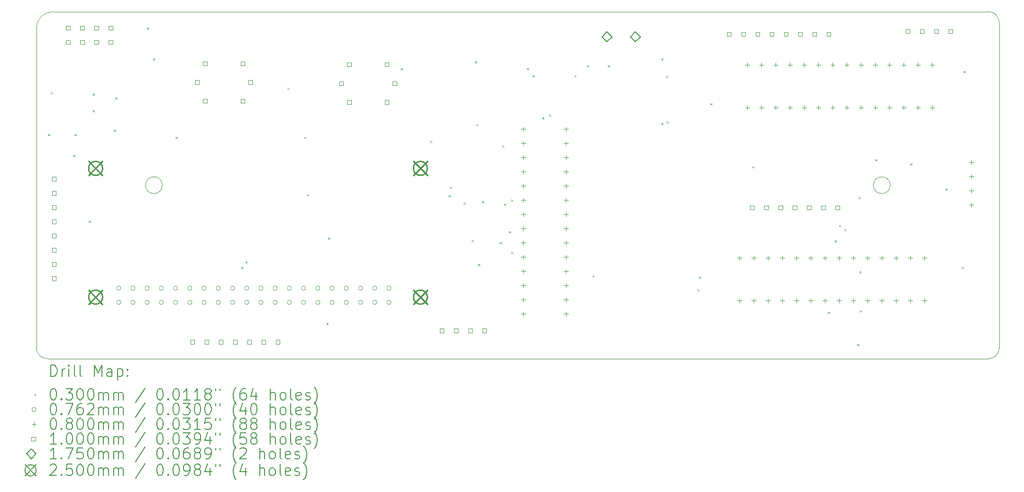
<source format=gbr>
%TF.GenerationSoftware,KiCad,Pcbnew,7.0.9-7.0.9~ubuntu22.04.1*%
%TF.CreationDate,2023-12-05T21:50:27+01:00*%
%TF.ProjectId,Chytry_sklep,43687974-7279-45f7-936b-6c65702e6b69,rev?*%
%TF.SameCoordinates,Original*%
%TF.FileFunction,Drillmap*%
%TF.FilePolarity,Positive*%
%FSLAX45Y45*%
G04 Gerber Fmt 4.5, Leading zero omitted, Abs format (unit mm)*
G04 Created by KiCad (PCBNEW 7.0.9-7.0.9~ubuntu22.04.1) date 2023-12-05 21:50:27*
%MOMM*%
%LPD*%
G01*
G04 APERTURE LIST*
%ADD10C,0.050000*%
%ADD11C,0.200000*%
%ADD12C,0.100000*%
%ADD13C,0.175000*%
%ADD14C,0.250000*%
G04 APERTURE END LIST*
D10*
X23500000Y-13100000D02*
X6700000Y-13100000D01*
X6500000Y-12900000D02*
X6500000Y-7200000D01*
X6800000Y-6900000D02*
G75*
G03*
X6500000Y-7200000I0J-300000D01*
G01*
X8750000Y-10000000D02*
G75*
G03*
X8750000Y-10000000I-150000J0D01*
G01*
X21750000Y-10000000D02*
G75*
G03*
X21750000Y-10000000I-150000J0D01*
G01*
X23700000Y-7100000D02*
G75*
G03*
X23500000Y-6900000I-200000J0D01*
G01*
X23700000Y-12900000D02*
X23700000Y-7100000D01*
X6800000Y-6900000D02*
X23500000Y-6900000D01*
X6500000Y-12900000D02*
G75*
G03*
X6700000Y-13100000I200000J0D01*
G01*
X23500000Y-13100000D02*
G75*
G03*
X23700000Y-12900000I0J200000D01*
G01*
D11*
D12*
X6710000Y-9085000D02*
X6740000Y-9115000D01*
X6740000Y-9085000D02*
X6710000Y-9115000D01*
X6760000Y-8335000D02*
X6790000Y-8365000D01*
X6790000Y-8335000D02*
X6760000Y-8365000D01*
X7160000Y-9460000D02*
X7190000Y-9490000D01*
X7190000Y-9460000D02*
X7160000Y-9490000D01*
X7185000Y-9085000D02*
X7215000Y-9115000D01*
X7215000Y-9085000D02*
X7185000Y-9115000D01*
X7435000Y-10635000D02*
X7465000Y-10665000D01*
X7465000Y-10635000D02*
X7435000Y-10665000D01*
X7510000Y-8360000D02*
X7540000Y-8390000D01*
X7540000Y-8360000D02*
X7510000Y-8390000D01*
X7510000Y-8660000D02*
X7540000Y-8690000D01*
X7540000Y-8660000D02*
X7510000Y-8690000D01*
X7885000Y-9010000D02*
X7915000Y-9040000D01*
X7915000Y-9010000D02*
X7885000Y-9040000D01*
X7910000Y-8435000D02*
X7940000Y-8465000D01*
X7940000Y-8435000D02*
X7910000Y-8465000D01*
X8475000Y-7185000D02*
X8505000Y-7215000D01*
X8505000Y-7185000D02*
X8475000Y-7215000D01*
X8585000Y-7735000D02*
X8615000Y-7765000D01*
X8615000Y-7735000D02*
X8585000Y-7765000D01*
X8985000Y-9135000D02*
X9015000Y-9165000D01*
X9015000Y-9135000D02*
X8985000Y-9165000D01*
X10160000Y-11460000D02*
X10190000Y-11490000D01*
X10190000Y-11460000D02*
X10160000Y-11490000D01*
X10235000Y-11360000D02*
X10265000Y-11390000D01*
X10265000Y-11360000D02*
X10235000Y-11390000D01*
X10985000Y-8260000D02*
X11015000Y-8290000D01*
X11015000Y-8260000D02*
X10985000Y-8290000D01*
X11285000Y-9135000D02*
X11315000Y-9165000D01*
X11315000Y-9135000D02*
X11285000Y-9165000D01*
X11335000Y-10160000D02*
X11365000Y-10190000D01*
X11365000Y-10160000D02*
X11335000Y-10190000D01*
X11685000Y-12460000D02*
X11715000Y-12490000D01*
X11715000Y-12460000D02*
X11685000Y-12490000D01*
X11710000Y-10935000D02*
X11740000Y-10965000D01*
X11740000Y-10935000D02*
X11710000Y-10965000D01*
X13010000Y-7910000D02*
X13040000Y-7940000D01*
X13040000Y-7910000D02*
X13010000Y-7940000D01*
X13535000Y-9210000D02*
X13565000Y-9240000D01*
X13565000Y-9210000D02*
X13535000Y-9240000D01*
X13865000Y-10180000D02*
X13895000Y-10210000D01*
X13895000Y-10180000D02*
X13865000Y-10210000D01*
X13885000Y-10025000D02*
X13915000Y-10055000D01*
X13915000Y-10025000D02*
X13885000Y-10055000D01*
X14135000Y-10310000D02*
X14165000Y-10340000D01*
X14165000Y-10310000D02*
X14135000Y-10340000D01*
X14280000Y-10980000D02*
X14310000Y-11010000D01*
X14310000Y-10980000D02*
X14280000Y-11010000D01*
X14335000Y-7785000D02*
X14365000Y-7815000D01*
X14365000Y-7785000D02*
X14335000Y-7815000D01*
X14360000Y-8910000D02*
X14390000Y-8940000D01*
X14390000Y-8910000D02*
X14360000Y-8940000D01*
X14390000Y-11405000D02*
X14420000Y-11435000D01*
X14420000Y-11405000D02*
X14390000Y-11435000D01*
X14460000Y-10285000D02*
X14490000Y-10315000D01*
X14490000Y-10285000D02*
X14460000Y-10315000D01*
X14780000Y-11015000D02*
X14810000Y-11045000D01*
X14810000Y-11015000D02*
X14780000Y-11045000D01*
X14820000Y-9295000D02*
X14850000Y-9325000D01*
X14850000Y-9295000D02*
X14820000Y-9325000D01*
X14855000Y-10330000D02*
X14885000Y-10360000D01*
X14885000Y-10330000D02*
X14855000Y-10360000D01*
X14940000Y-10820000D02*
X14970000Y-10850000D01*
X14970000Y-10820000D02*
X14940000Y-10850000D01*
X14980000Y-10260000D02*
X15010000Y-10290000D01*
X15010000Y-10260000D02*
X14980000Y-10290000D01*
X14980000Y-11190000D02*
X15010000Y-11220000D01*
X15010000Y-11190000D02*
X14980000Y-11220000D01*
X15260000Y-7910000D02*
X15290000Y-7940000D01*
X15290000Y-7910000D02*
X15260000Y-7940000D01*
X15360000Y-8035000D02*
X15390000Y-8065000D01*
X15390000Y-8035000D02*
X15360000Y-8065000D01*
X15535000Y-8785000D02*
X15565000Y-8815000D01*
X15565000Y-8785000D02*
X15535000Y-8815000D01*
X15660000Y-8735000D02*
X15690000Y-8765000D01*
X15690000Y-8735000D02*
X15660000Y-8765000D01*
X16110000Y-8035000D02*
X16140000Y-8065000D01*
X16140000Y-8035000D02*
X16110000Y-8065000D01*
X16335000Y-7860000D02*
X16365000Y-7890000D01*
X16365000Y-7860000D02*
X16335000Y-7890000D01*
X16435000Y-11610000D02*
X16465000Y-11640000D01*
X16465000Y-11610000D02*
X16435000Y-11640000D01*
X16710000Y-7860000D02*
X16740000Y-7890000D01*
X16740000Y-7860000D02*
X16710000Y-7890000D01*
X17660000Y-7735000D02*
X17690000Y-7765000D01*
X17690000Y-7735000D02*
X17660000Y-7765000D01*
X17660000Y-8885000D02*
X17690000Y-8915000D01*
X17690000Y-8885000D02*
X17660000Y-8915000D01*
X17747500Y-8047500D02*
X17777500Y-8077500D01*
X17777500Y-8047500D02*
X17747500Y-8077500D01*
X17759996Y-8859996D02*
X17789996Y-8889996D01*
X17789996Y-8859996D02*
X17759996Y-8889996D01*
X18310000Y-11860000D02*
X18340000Y-11890000D01*
X18340000Y-11860000D02*
X18310000Y-11890000D01*
X18335000Y-11635000D02*
X18365000Y-11665000D01*
X18365000Y-11635000D02*
X18335000Y-11665000D01*
X18535000Y-8535000D02*
X18565000Y-8565000D01*
X18565000Y-8535000D02*
X18535000Y-8565000D01*
X19285000Y-9660000D02*
X19315000Y-9690000D01*
X19315000Y-9660000D02*
X19285000Y-9690000D01*
X20635000Y-12260000D02*
X20665000Y-12290000D01*
X20665000Y-12260000D02*
X20635000Y-12290000D01*
X20760000Y-10985000D02*
X20790000Y-11015000D01*
X20790000Y-10985000D02*
X20760000Y-11015000D01*
X20835000Y-10710000D02*
X20865000Y-10740000D01*
X20865000Y-10710000D02*
X20835000Y-10740000D01*
X20935000Y-10785000D02*
X20965000Y-10815000D01*
X20965000Y-10785000D02*
X20935000Y-10815000D01*
X21160000Y-12835000D02*
X21190000Y-12865000D01*
X21190000Y-12835000D02*
X21160000Y-12865000D01*
X21185000Y-10210000D02*
X21215000Y-10240000D01*
X21215000Y-10210000D02*
X21185000Y-10240000D01*
X21200000Y-11535000D02*
X21230000Y-11565000D01*
X21230000Y-11535000D02*
X21200000Y-11565000D01*
X21210000Y-12235000D02*
X21240000Y-12265000D01*
X21240000Y-12235000D02*
X21210000Y-12265000D01*
X21485000Y-9535000D02*
X21515000Y-9565000D01*
X21515000Y-9535000D02*
X21485000Y-9565000D01*
X22110000Y-9610000D02*
X22140000Y-9640000D01*
X22140000Y-9610000D02*
X22110000Y-9640000D01*
X22735000Y-10060000D02*
X22765000Y-10090000D01*
X22765000Y-10060000D02*
X22735000Y-10090000D01*
X23035000Y-11460000D02*
X23065000Y-11490000D01*
X23065000Y-11460000D02*
X23035000Y-11490000D01*
X23060000Y-7960000D02*
X23090000Y-7990000D01*
X23090000Y-7960000D02*
X23060000Y-7990000D01*
X8009700Y-11839000D02*
G75*
G03*
X8009700Y-11839000I-38100J0D01*
G01*
X8009700Y-12093000D02*
G75*
G03*
X8009700Y-12093000I-38100J0D01*
G01*
X8263700Y-11839000D02*
G75*
G03*
X8263700Y-11839000I-38100J0D01*
G01*
X8263700Y-12093000D02*
G75*
G03*
X8263700Y-12093000I-38100J0D01*
G01*
X8517700Y-11839000D02*
G75*
G03*
X8517700Y-11839000I-38100J0D01*
G01*
X8517700Y-12093000D02*
G75*
G03*
X8517700Y-12093000I-38100J0D01*
G01*
X8771700Y-11839000D02*
G75*
G03*
X8771700Y-11839000I-38100J0D01*
G01*
X8771700Y-12093000D02*
G75*
G03*
X8771700Y-12093000I-38100J0D01*
G01*
X9025700Y-11839000D02*
G75*
G03*
X9025700Y-11839000I-38100J0D01*
G01*
X9025700Y-12093000D02*
G75*
G03*
X9025700Y-12093000I-38100J0D01*
G01*
X9279700Y-11839000D02*
G75*
G03*
X9279700Y-11839000I-38100J0D01*
G01*
X9279700Y-12093000D02*
G75*
G03*
X9279700Y-12093000I-38100J0D01*
G01*
X9533700Y-11839000D02*
G75*
G03*
X9533700Y-11839000I-38100J0D01*
G01*
X9533700Y-12093000D02*
G75*
G03*
X9533700Y-12093000I-38100J0D01*
G01*
X9787700Y-11839000D02*
G75*
G03*
X9787700Y-11839000I-38100J0D01*
G01*
X9787700Y-12093000D02*
G75*
G03*
X9787700Y-12093000I-38100J0D01*
G01*
X10041700Y-11839000D02*
G75*
G03*
X10041700Y-11839000I-38100J0D01*
G01*
X10041700Y-12093000D02*
G75*
G03*
X10041700Y-12093000I-38100J0D01*
G01*
X10295700Y-11839000D02*
G75*
G03*
X10295700Y-11839000I-38100J0D01*
G01*
X10295700Y-12093000D02*
G75*
G03*
X10295700Y-12093000I-38100J0D01*
G01*
X10549700Y-11839000D02*
G75*
G03*
X10549700Y-11839000I-38100J0D01*
G01*
X10549700Y-12093000D02*
G75*
G03*
X10549700Y-12093000I-38100J0D01*
G01*
X10803700Y-11839000D02*
G75*
G03*
X10803700Y-11839000I-38100J0D01*
G01*
X10803700Y-12093000D02*
G75*
G03*
X10803700Y-12093000I-38100J0D01*
G01*
X11057700Y-11839000D02*
G75*
G03*
X11057700Y-11839000I-38100J0D01*
G01*
X11057700Y-12093000D02*
G75*
G03*
X11057700Y-12093000I-38100J0D01*
G01*
X11311700Y-11839000D02*
G75*
G03*
X11311700Y-11839000I-38100J0D01*
G01*
X11311700Y-12093000D02*
G75*
G03*
X11311700Y-12093000I-38100J0D01*
G01*
X11565700Y-11839000D02*
G75*
G03*
X11565700Y-11839000I-38100J0D01*
G01*
X11565700Y-12093000D02*
G75*
G03*
X11565700Y-12093000I-38100J0D01*
G01*
X11819700Y-11839000D02*
G75*
G03*
X11819700Y-11839000I-38100J0D01*
G01*
X11819700Y-12093000D02*
G75*
G03*
X11819700Y-12093000I-38100J0D01*
G01*
X12073700Y-11839000D02*
G75*
G03*
X12073700Y-11839000I-38100J0D01*
G01*
X12073700Y-12093000D02*
G75*
G03*
X12073700Y-12093000I-38100J0D01*
G01*
X12327700Y-11839000D02*
G75*
G03*
X12327700Y-11839000I-38100J0D01*
G01*
X12327700Y-12093000D02*
G75*
G03*
X12327700Y-12093000I-38100J0D01*
G01*
X12581700Y-11839000D02*
G75*
G03*
X12581700Y-11839000I-38100J0D01*
G01*
X12581700Y-12093000D02*
G75*
G03*
X12581700Y-12093000I-38100J0D01*
G01*
X12835700Y-11839000D02*
G75*
G03*
X12835700Y-11839000I-38100J0D01*
G01*
X12835700Y-12093000D02*
G75*
G03*
X12835700Y-12093000I-38100J0D01*
G01*
X15200000Y-8958000D02*
X15200000Y-9038000D01*
X15160000Y-8998000D02*
X15240000Y-8998000D01*
X15200000Y-9212000D02*
X15200000Y-9292000D01*
X15160000Y-9252000D02*
X15240000Y-9252000D01*
X15200000Y-9466000D02*
X15200000Y-9546000D01*
X15160000Y-9506000D02*
X15240000Y-9506000D01*
X15200000Y-9720000D02*
X15200000Y-9800000D01*
X15160000Y-9760000D02*
X15240000Y-9760000D01*
X15200000Y-9974000D02*
X15200000Y-10054000D01*
X15160000Y-10014000D02*
X15240000Y-10014000D01*
X15200000Y-10228000D02*
X15200000Y-10308000D01*
X15160000Y-10268000D02*
X15240000Y-10268000D01*
X15200000Y-10482000D02*
X15200000Y-10562000D01*
X15160000Y-10522000D02*
X15240000Y-10522000D01*
X15200000Y-10736000D02*
X15200000Y-10816000D01*
X15160000Y-10776000D02*
X15240000Y-10776000D01*
X15200000Y-10990000D02*
X15200000Y-11070000D01*
X15160000Y-11030000D02*
X15240000Y-11030000D01*
X15200000Y-11244000D02*
X15200000Y-11324000D01*
X15160000Y-11284000D02*
X15240000Y-11284000D01*
X15200000Y-11498000D02*
X15200000Y-11578000D01*
X15160000Y-11538000D02*
X15240000Y-11538000D01*
X15200000Y-11752000D02*
X15200000Y-11832000D01*
X15160000Y-11792000D02*
X15240000Y-11792000D01*
X15200000Y-12006000D02*
X15200000Y-12086000D01*
X15160000Y-12046000D02*
X15240000Y-12046000D01*
X15200000Y-12260000D02*
X15200000Y-12340000D01*
X15160000Y-12300000D02*
X15240000Y-12300000D01*
X15962000Y-8958000D02*
X15962000Y-9038000D01*
X15922000Y-8998000D02*
X16002000Y-8998000D01*
X15962000Y-9212000D02*
X15962000Y-9292000D01*
X15922000Y-9252000D02*
X16002000Y-9252000D01*
X15962000Y-9466000D02*
X15962000Y-9546000D01*
X15922000Y-9506000D02*
X16002000Y-9506000D01*
X15962000Y-9720000D02*
X15962000Y-9800000D01*
X15922000Y-9760000D02*
X16002000Y-9760000D01*
X15962000Y-9974000D02*
X15962000Y-10054000D01*
X15922000Y-10014000D02*
X16002000Y-10014000D01*
X15962000Y-10228000D02*
X15962000Y-10308000D01*
X15922000Y-10268000D02*
X16002000Y-10268000D01*
X15962000Y-10482000D02*
X15962000Y-10562000D01*
X15922000Y-10522000D02*
X16002000Y-10522000D01*
X15962000Y-10736000D02*
X15962000Y-10816000D01*
X15922000Y-10776000D02*
X16002000Y-10776000D01*
X15962000Y-10990000D02*
X15962000Y-11070000D01*
X15922000Y-11030000D02*
X16002000Y-11030000D01*
X15962000Y-11244000D02*
X15962000Y-11324000D01*
X15922000Y-11284000D02*
X16002000Y-11284000D01*
X15962000Y-11498000D02*
X15962000Y-11578000D01*
X15922000Y-11538000D02*
X16002000Y-11538000D01*
X15962000Y-11752000D02*
X15962000Y-11832000D01*
X15922000Y-11792000D02*
X16002000Y-11792000D01*
X15962000Y-12006000D02*
X15962000Y-12086000D01*
X15922000Y-12046000D02*
X16002000Y-12046000D01*
X15962000Y-12260000D02*
X15962000Y-12340000D01*
X15922000Y-12300000D02*
X16002000Y-12300000D01*
X19060000Y-11260000D02*
X19060000Y-11340000D01*
X19020000Y-11300000D02*
X19100000Y-11300000D01*
X19060000Y-12022000D02*
X19060000Y-12102000D01*
X19020000Y-12062000D02*
X19100000Y-12062000D01*
X19198000Y-7810000D02*
X19198000Y-7890000D01*
X19158000Y-7850000D02*
X19238000Y-7850000D01*
X19198000Y-8572000D02*
X19198000Y-8652000D01*
X19158000Y-8612000D02*
X19238000Y-8612000D01*
X19314000Y-11260000D02*
X19314000Y-11340000D01*
X19274000Y-11300000D02*
X19354000Y-11300000D01*
X19314000Y-12022000D02*
X19314000Y-12102000D01*
X19274000Y-12062000D02*
X19354000Y-12062000D01*
X19452000Y-7810000D02*
X19452000Y-7890000D01*
X19412000Y-7850000D02*
X19492000Y-7850000D01*
X19452000Y-8572000D02*
X19452000Y-8652000D01*
X19412000Y-8612000D02*
X19492000Y-8612000D01*
X19568000Y-11260000D02*
X19568000Y-11340000D01*
X19528000Y-11300000D02*
X19608000Y-11300000D01*
X19568000Y-12022000D02*
X19568000Y-12102000D01*
X19528000Y-12062000D02*
X19608000Y-12062000D01*
X19706000Y-7810000D02*
X19706000Y-7890000D01*
X19666000Y-7850000D02*
X19746000Y-7850000D01*
X19706000Y-8572000D02*
X19706000Y-8652000D01*
X19666000Y-8612000D02*
X19746000Y-8612000D01*
X19822000Y-11260000D02*
X19822000Y-11340000D01*
X19782000Y-11300000D02*
X19862000Y-11300000D01*
X19822000Y-12022000D02*
X19822000Y-12102000D01*
X19782000Y-12062000D02*
X19862000Y-12062000D01*
X19960000Y-7810000D02*
X19960000Y-7890000D01*
X19920000Y-7850000D02*
X20000000Y-7850000D01*
X19960000Y-8572000D02*
X19960000Y-8652000D01*
X19920000Y-8612000D02*
X20000000Y-8612000D01*
X20076000Y-11260000D02*
X20076000Y-11340000D01*
X20036000Y-11300000D02*
X20116000Y-11300000D01*
X20076000Y-12022000D02*
X20076000Y-12102000D01*
X20036000Y-12062000D02*
X20116000Y-12062000D01*
X20214000Y-7810000D02*
X20214000Y-7890000D01*
X20174000Y-7850000D02*
X20254000Y-7850000D01*
X20214000Y-8572000D02*
X20214000Y-8652000D01*
X20174000Y-8612000D02*
X20254000Y-8612000D01*
X20330000Y-11260000D02*
X20330000Y-11340000D01*
X20290000Y-11300000D02*
X20370000Y-11300000D01*
X20330000Y-12022000D02*
X20330000Y-12102000D01*
X20290000Y-12062000D02*
X20370000Y-12062000D01*
X20468000Y-7810000D02*
X20468000Y-7890000D01*
X20428000Y-7850000D02*
X20508000Y-7850000D01*
X20468000Y-8572000D02*
X20468000Y-8652000D01*
X20428000Y-8612000D02*
X20508000Y-8612000D01*
X20584000Y-11260000D02*
X20584000Y-11340000D01*
X20544000Y-11300000D02*
X20624000Y-11300000D01*
X20584000Y-12022000D02*
X20584000Y-12102000D01*
X20544000Y-12062000D02*
X20624000Y-12062000D01*
X20722000Y-7810000D02*
X20722000Y-7890000D01*
X20682000Y-7850000D02*
X20762000Y-7850000D01*
X20722000Y-8572000D02*
X20722000Y-8652000D01*
X20682000Y-8612000D02*
X20762000Y-8612000D01*
X20838000Y-11260000D02*
X20838000Y-11340000D01*
X20798000Y-11300000D02*
X20878000Y-11300000D01*
X20838000Y-12022000D02*
X20838000Y-12102000D01*
X20798000Y-12062000D02*
X20878000Y-12062000D01*
X20976000Y-7810000D02*
X20976000Y-7890000D01*
X20936000Y-7850000D02*
X21016000Y-7850000D01*
X20976000Y-8572000D02*
X20976000Y-8652000D01*
X20936000Y-8612000D02*
X21016000Y-8612000D01*
X21092000Y-11260000D02*
X21092000Y-11340000D01*
X21052000Y-11300000D02*
X21132000Y-11300000D01*
X21092000Y-12022000D02*
X21092000Y-12102000D01*
X21052000Y-12062000D02*
X21132000Y-12062000D01*
X21230000Y-7810000D02*
X21230000Y-7890000D01*
X21190000Y-7850000D02*
X21270000Y-7850000D01*
X21230000Y-8572000D02*
X21230000Y-8652000D01*
X21190000Y-8612000D02*
X21270000Y-8612000D01*
X21346000Y-11260000D02*
X21346000Y-11340000D01*
X21306000Y-11300000D02*
X21386000Y-11300000D01*
X21346000Y-12022000D02*
X21346000Y-12102000D01*
X21306000Y-12062000D02*
X21386000Y-12062000D01*
X21484000Y-7810000D02*
X21484000Y-7890000D01*
X21444000Y-7850000D02*
X21524000Y-7850000D01*
X21484000Y-8572000D02*
X21484000Y-8652000D01*
X21444000Y-8612000D02*
X21524000Y-8612000D01*
X21600000Y-11260000D02*
X21600000Y-11340000D01*
X21560000Y-11300000D02*
X21640000Y-11300000D01*
X21600000Y-12022000D02*
X21600000Y-12102000D01*
X21560000Y-12062000D02*
X21640000Y-12062000D01*
X21738000Y-7810000D02*
X21738000Y-7890000D01*
X21698000Y-7850000D02*
X21778000Y-7850000D01*
X21738000Y-8572000D02*
X21738000Y-8652000D01*
X21698000Y-8612000D02*
X21778000Y-8612000D01*
X21854000Y-11260000D02*
X21854000Y-11340000D01*
X21814000Y-11300000D02*
X21894000Y-11300000D01*
X21854000Y-12022000D02*
X21854000Y-12102000D01*
X21814000Y-12062000D02*
X21894000Y-12062000D01*
X21992000Y-7810000D02*
X21992000Y-7890000D01*
X21952000Y-7850000D02*
X22032000Y-7850000D01*
X21992000Y-8572000D02*
X21992000Y-8652000D01*
X21952000Y-8612000D02*
X22032000Y-8612000D01*
X22108000Y-11260000D02*
X22108000Y-11340000D01*
X22068000Y-11300000D02*
X22148000Y-11300000D01*
X22108000Y-12022000D02*
X22108000Y-12102000D01*
X22068000Y-12062000D02*
X22148000Y-12062000D01*
X22246000Y-7810000D02*
X22246000Y-7890000D01*
X22206000Y-7850000D02*
X22286000Y-7850000D01*
X22246000Y-8572000D02*
X22246000Y-8652000D01*
X22206000Y-8612000D02*
X22286000Y-8612000D01*
X22362000Y-11260000D02*
X22362000Y-11340000D01*
X22322000Y-11300000D02*
X22402000Y-11300000D01*
X22362000Y-12022000D02*
X22362000Y-12102000D01*
X22322000Y-12062000D02*
X22402000Y-12062000D01*
X22500000Y-7810000D02*
X22500000Y-7890000D01*
X22460000Y-7850000D02*
X22540000Y-7850000D01*
X22500000Y-8572000D02*
X22500000Y-8652000D01*
X22460000Y-8612000D02*
X22540000Y-8612000D01*
X23200000Y-9552000D02*
X23200000Y-9632000D01*
X23160000Y-9592000D02*
X23240000Y-9592000D01*
X23200000Y-9806000D02*
X23200000Y-9886000D01*
X23160000Y-9846000D02*
X23240000Y-9846000D01*
X23200000Y-10060000D02*
X23200000Y-10140000D01*
X23160000Y-10100000D02*
X23240000Y-10100000D01*
X23200000Y-10314000D02*
X23200000Y-10394000D01*
X23160000Y-10354000D02*
X23240000Y-10354000D01*
X6852856Y-9924856D02*
X6852856Y-9854144D01*
X6782144Y-9854144D01*
X6782144Y-9924856D01*
X6852856Y-9924856D01*
X6852856Y-10178856D02*
X6852856Y-10108144D01*
X6782144Y-10108144D01*
X6782144Y-10178856D01*
X6852856Y-10178856D01*
X6852856Y-10432856D02*
X6852856Y-10362144D01*
X6782144Y-10362144D01*
X6782144Y-10432856D01*
X6852856Y-10432856D01*
X6852856Y-10686856D02*
X6852856Y-10616144D01*
X6782144Y-10616144D01*
X6782144Y-10686856D01*
X6852856Y-10686856D01*
X6852856Y-10940856D02*
X6852856Y-10870144D01*
X6782144Y-10870144D01*
X6782144Y-10940856D01*
X6852856Y-10940856D01*
X6852856Y-11194856D02*
X6852856Y-11124144D01*
X6782144Y-11124144D01*
X6782144Y-11194856D01*
X6852856Y-11194856D01*
X6852856Y-11448856D02*
X6852856Y-11378144D01*
X6782144Y-11378144D01*
X6782144Y-11448856D01*
X6852856Y-11448856D01*
X6852856Y-11702856D02*
X6852856Y-11632144D01*
X6782144Y-11632144D01*
X6782144Y-11702856D01*
X6852856Y-11702856D01*
X7102856Y-7225356D02*
X7102856Y-7154644D01*
X7032144Y-7154644D01*
X7032144Y-7225356D01*
X7102856Y-7225356D01*
X7102856Y-7479356D02*
X7102856Y-7408644D01*
X7032144Y-7408644D01*
X7032144Y-7479356D01*
X7102856Y-7479356D01*
X7356856Y-7225356D02*
X7356856Y-7154644D01*
X7286144Y-7154644D01*
X7286144Y-7225356D01*
X7356856Y-7225356D01*
X7356856Y-7479356D02*
X7356856Y-7408644D01*
X7286144Y-7408644D01*
X7286144Y-7479356D01*
X7356856Y-7479356D01*
X7610856Y-7225356D02*
X7610856Y-7154644D01*
X7540144Y-7154644D01*
X7540144Y-7225356D01*
X7610856Y-7225356D01*
X7610856Y-7479356D02*
X7610856Y-7408644D01*
X7540144Y-7408644D01*
X7540144Y-7479356D01*
X7610856Y-7479356D01*
X7864856Y-7225356D02*
X7864856Y-7154644D01*
X7794144Y-7154644D01*
X7794144Y-7225356D01*
X7864856Y-7225356D01*
X7864856Y-7479356D02*
X7864856Y-7408644D01*
X7794144Y-7408644D01*
X7794144Y-7479356D01*
X7864856Y-7479356D01*
X9327356Y-12835356D02*
X9327356Y-12764644D01*
X9256644Y-12764644D01*
X9256644Y-12835356D01*
X9327356Y-12835356D01*
X9410356Y-8195356D02*
X9410356Y-8124644D01*
X9339644Y-8124644D01*
X9339644Y-8195356D01*
X9410356Y-8195356D01*
X9549356Y-7859356D02*
X9549356Y-7788644D01*
X9478644Y-7788644D01*
X9478644Y-7859356D01*
X9549356Y-7859356D01*
X9549356Y-8531356D02*
X9549356Y-8460644D01*
X9478644Y-8460644D01*
X9478644Y-8531356D01*
X9549356Y-8531356D01*
X9581356Y-12835356D02*
X9581356Y-12764644D01*
X9510644Y-12764644D01*
X9510644Y-12835356D01*
X9581356Y-12835356D01*
X9835356Y-12835356D02*
X9835356Y-12764644D01*
X9764644Y-12764644D01*
X9764644Y-12835356D01*
X9835356Y-12835356D01*
X10089356Y-12835356D02*
X10089356Y-12764644D01*
X10018644Y-12764644D01*
X10018644Y-12835356D01*
X10089356Y-12835356D01*
X10221356Y-7859356D02*
X10221356Y-7788644D01*
X10150644Y-7788644D01*
X10150644Y-7859356D01*
X10221356Y-7859356D01*
X10221356Y-8531356D02*
X10221356Y-8460644D01*
X10150644Y-8460644D01*
X10150644Y-8531356D01*
X10221356Y-8531356D01*
X10343356Y-12835356D02*
X10343356Y-12764644D01*
X10272644Y-12764644D01*
X10272644Y-12835356D01*
X10343356Y-12835356D01*
X10360356Y-8195356D02*
X10360356Y-8124644D01*
X10289644Y-8124644D01*
X10289644Y-8195356D01*
X10360356Y-8195356D01*
X10597356Y-12835356D02*
X10597356Y-12764644D01*
X10526644Y-12764644D01*
X10526644Y-12835356D01*
X10597356Y-12835356D01*
X10851356Y-12835356D02*
X10851356Y-12764644D01*
X10780644Y-12764644D01*
X10780644Y-12835356D01*
X10851356Y-12835356D01*
X11985356Y-8215356D02*
X11985356Y-8144644D01*
X11914644Y-8144644D01*
X11914644Y-8215356D01*
X11985356Y-8215356D01*
X12124356Y-7879356D02*
X12124356Y-7808644D01*
X12053644Y-7808644D01*
X12053644Y-7879356D01*
X12124356Y-7879356D01*
X12124356Y-8551356D02*
X12124356Y-8480644D01*
X12053644Y-8480644D01*
X12053644Y-8551356D01*
X12124356Y-8551356D01*
X12796356Y-7879356D02*
X12796356Y-7808644D01*
X12725644Y-7808644D01*
X12725644Y-7879356D01*
X12796356Y-7879356D01*
X12796356Y-8551356D02*
X12796356Y-8480644D01*
X12725644Y-8480644D01*
X12725644Y-8551356D01*
X12796356Y-8551356D01*
X12935356Y-8215356D02*
X12935356Y-8144644D01*
X12864644Y-8144644D01*
X12864644Y-8215356D01*
X12935356Y-8215356D01*
X13780356Y-12632856D02*
X13780356Y-12562144D01*
X13709644Y-12562144D01*
X13709644Y-12632856D01*
X13780356Y-12632856D01*
X14034356Y-12632856D02*
X14034356Y-12562144D01*
X13963644Y-12562144D01*
X13963644Y-12632856D01*
X14034356Y-12632856D01*
X14288356Y-12632856D02*
X14288356Y-12562144D01*
X14217644Y-12562144D01*
X14217644Y-12632856D01*
X14288356Y-12632856D01*
X14542356Y-12632856D02*
X14542356Y-12562144D01*
X14471644Y-12562144D01*
X14471644Y-12632856D01*
X14542356Y-12632856D01*
X18907356Y-7335356D02*
X18907356Y-7264644D01*
X18836644Y-7264644D01*
X18836644Y-7335356D01*
X18907356Y-7335356D01*
X19161356Y-7335356D02*
X19161356Y-7264644D01*
X19090644Y-7264644D01*
X19090644Y-7335356D01*
X19161356Y-7335356D01*
X19319356Y-10435356D02*
X19319356Y-10364644D01*
X19248644Y-10364644D01*
X19248644Y-10435356D01*
X19319356Y-10435356D01*
X19415356Y-7335356D02*
X19415356Y-7264644D01*
X19344644Y-7264644D01*
X19344644Y-7335356D01*
X19415356Y-7335356D01*
X19573356Y-10435356D02*
X19573356Y-10364644D01*
X19502644Y-10364644D01*
X19502644Y-10435356D01*
X19573356Y-10435356D01*
X19669356Y-7335356D02*
X19669356Y-7264644D01*
X19598644Y-7264644D01*
X19598644Y-7335356D01*
X19669356Y-7335356D01*
X19827356Y-10435356D02*
X19827356Y-10364644D01*
X19756644Y-10364644D01*
X19756644Y-10435356D01*
X19827356Y-10435356D01*
X19923356Y-7335356D02*
X19923356Y-7264644D01*
X19852644Y-7264644D01*
X19852644Y-7335356D01*
X19923356Y-7335356D01*
X20081356Y-10435356D02*
X20081356Y-10364644D01*
X20010644Y-10364644D01*
X20010644Y-10435356D01*
X20081356Y-10435356D01*
X20177356Y-7335356D02*
X20177356Y-7264644D01*
X20106644Y-7264644D01*
X20106644Y-7335356D01*
X20177356Y-7335356D01*
X20335356Y-10435356D02*
X20335356Y-10364644D01*
X20264644Y-10364644D01*
X20264644Y-10435356D01*
X20335356Y-10435356D01*
X20431356Y-7335356D02*
X20431356Y-7264644D01*
X20360644Y-7264644D01*
X20360644Y-7335356D01*
X20431356Y-7335356D01*
X20589356Y-10435356D02*
X20589356Y-10364644D01*
X20518644Y-10364644D01*
X20518644Y-10435356D01*
X20589356Y-10435356D01*
X20685356Y-7335356D02*
X20685356Y-7264644D01*
X20614644Y-7264644D01*
X20614644Y-7335356D01*
X20685356Y-7335356D01*
X20843356Y-10435356D02*
X20843356Y-10364644D01*
X20772644Y-10364644D01*
X20772644Y-10435356D01*
X20843356Y-10435356D01*
X22103356Y-7287856D02*
X22103356Y-7217144D01*
X22032644Y-7217144D01*
X22032644Y-7287856D01*
X22103356Y-7287856D01*
X22357356Y-7287856D02*
X22357356Y-7217144D01*
X22286644Y-7217144D01*
X22286644Y-7287856D01*
X22357356Y-7287856D01*
X22611356Y-7287856D02*
X22611356Y-7217144D01*
X22540644Y-7217144D01*
X22540644Y-7287856D01*
X22611356Y-7287856D01*
X22865356Y-7287856D02*
X22865356Y-7217144D01*
X22794644Y-7217144D01*
X22794644Y-7287856D01*
X22865356Y-7287856D01*
D13*
X16692000Y-7437500D02*
X16779500Y-7350000D01*
X16692000Y-7262500D01*
X16604500Y-7350000D01*
X16692000Y-7437500D01*
X17200000Y-7437500D02*
X17287500Y-7350000D01*
X17200000Y-7262500D01*
X17112500Y-7350000D01*
X17200000Y-7437500D01*
D14*
X7435000Y-9575000D02*
X7685000Y-9825000D01*
X7685000Y-9575000D02*
X7435000Y-9825000D01*
X7685000Y-9700000D02*
G75*
G03*
X7685000Y-9700000I-125000J0D01*
G01*
X7435000Y-11875000D02*
X7685000Y-12125000D01*
X7685000Y-11875000D02*
X7435000Y-12125000D01*
X7685000Y-12000000D02*
G75*
G03*
X7685000Y-12000000I-125000J0D01*
G01*
X13235000Y-9575000D02*
X13485000Y-9825000D01*
X13485000Y-9575000D02*
X13235000Y-9825000D01*
X13485000Y-9700000D02*
G75*
G03*
X13485000Y-9700000I-125000J0D01*
G01*
X13235000Y-11875000D02*
X13485000Y-12125000D01*
X13485000Y-11875000D02*
X13235000Y-12125000D01*
X13485000Y-12000000D02*
G75*
G03*
X13485000Y-12000000I-125000J0D01*
G01*
D11*
X6758277Y-13413984D02*
X6758277Y-13213984D01*
X6758277Y-13213984D02*
X6805896Y-13213984D01*
X6805896Y-13213984D02*
X6834467Y-13223508D01*
X6834467Y-13223508D02*
X6853515Y-13242555D01*
X6853515Y-13242555D02*
X6863039Y-13261603D01*
X6863039Y-13261603D02*
X6872562Y-13299698D01*
X6872562Y-13299698D02*
X6872562Y-13328269D01*
X6872562Y-13328269D02*
X6863039Y-13366365D01*
X6863039Y-13366365D02*
X6853515Y-13385412D01*
X6853515Y-13385412D02*
X6834467Y-13404460D01*
X6834467Y-13404460D02*
X6805896Y-13413984D01*
X6805896Y-13413984D02*
X6758277Y-13413984D01*
X6958277Y-13413984D02*
X6958277Y-13280650D01*
X6958277Y-13318746D02*
X6967801Y-13299698D01*
X6967801Y-13299698D02*
X6977324Y-13290174D01*
X6977324Y-13290174D02*
X6996372Y-13280650D01*
X6996372Y-13280650D02*
X7015420Y-13280650D01*
X7082086Y-13413984D02*
X7082086Y-13280650D01*
X7082086Y-13213984D02*
X7072562Y-13223508D01*
X7072562Y-13223508D02*
X7082086Y-13233031D01*
X7082086Y-13233031D02*
X7091610Y-13223508D01*
X7091610Y-13223508D02*
X7082086Y-13213984D01*
X7082086Y-13213984D02*
X7082086Y-13233031D01*
X7205896Y-13413984D02*
X7186848Y-13404460D01*
X7186848Y-13404460D02*
X7177324Y-13385412D01*
X7177324Y-13385412D02*
X7177324Y-13213984D01*
X7310658Y-13413984D02*
X7291610Y-13404460D01*
X7291610Y-13404460D02*
X7282086Y-13385412D01*
X7282086Y-13385412D02*
X7282086Y-13213984D01*
X7539229Y-13413984D02*
X7539229Y-13213984D01*
X7539229Y-13213984D02*
X7605896Y-13356841D01*
X7605896Y-13356841D02*
X7672562Y-13213984D01*
X7672562Y-13213984D02*
X7672562Y-13413984D01*
X7853515Y-13413984D02*
X7853515Y-13309222D01*
X7853515Y-13309222D02*
X7843991Y-13290174D01*
X7843991Y-13290174D02*
X7824943Y-13280650D01*
X7824943Y-13280650D02*
X7786848Y-13280650D01*
X7786848Y-13280650D02*
X7767801Y-13290174D01*
X7853515Y-13404460D02*
X7834467Y-13413984D01*
X7834467Y-13413984D02*
X7786848Y-13413984D01*
X7786848Y-13413984D02*
X7767801Y-13404460D01*
X7767801Y-13404460D02*
X7758277Y-13385412D01*
X7758277Y-13385412D02*
X7758277Y-13366365D01*
X7758277Y-13366365D02*
X7767801Y-13347317D01*
X7767801Y-13347317D02*
X7786848Y-13337793D01*
X7786848Y-13337793D02*
X7834467Y-13337793D01*
X7834467Y-13337793D02*
X7853515Y-13328269D01*
X7948753Y-13280650D02*
X7948753Y-13480650D01*
X7948753Y-13290174D02*
X7967801Y-13280650D01*
X7967801Y-13280650D02*
X8005896Y-13280650D01*
X8005896Y-13280650D02*
X8024943Y-13290174D01*
X8024943Y-13290174D02*
X8034467Y-13299698D01*
X8034467Y-13299698D02*
X8043991Y-13318746D01*
X8043991Y-13318746D02*
X8043991Y-13375888D01*
X8043991Y-13375888D02*
X8034467Y-13394936D01*
X8034467Y-13394936D02*
X8024943Y-13404460D01*
X8024943Y-13404460D02*
X8005896Y-13413984D01*
X8005896Y-13413984D02*
X7967801Y-13413984D01*
X7967801Y-13413984D02*
X7948753Y-13404460D01*
X8129705Y-13394936D02*
X8139229Y-13404460D01*
X8139229Y-13404460D02*
X8129705Y-13413984D01*
X8129705Y-13413984D02*
X8120182Y-13404460D01*
X8120182Y-13404460D02*
X8129705Y-13394936D01*
X8129705Y-13394936D02*
X8129705Y-13413984D01*
X8129705Y-13290174D02*
X8139229Y-13299698D01*
X8139229Y-13299698D02*
X8129705Y-13309222D01*
X8129705Y-13309222D02*
X8120182Y-13299698D01*
X8120182Y-13299698D02*
X8129705Y-13290174D01*
X8129705Y-13290174D02*
X8129705Y-13309222D01*
D12*
X6467500Y-13727500D02*
X6497500Y-13757500D01*
X6497500Y-13727500D02*
X6467500Y-13757500D01*
D11*
X6796372Y-13633984D02*
X6815420Y-13633984D01*
X6815420Y-13633984D02*
X6834467Y-13643508D01*
X6834467Y-13643508D02*
X6843991Y-13653031D01*
X6843991Y-13653031D02*
X6853515Y-13672079D01*
X6853515Y-13672079D02*
X6863039Y-13710174D01*
X6863039Y-13710174D02*
X6863039Y-13757793D01*
X6863039Y-13757793D02*
X6853515Y-13795888D01*
X6853515Y-13795888D02*
X6843991Y-13814936D01*
X6843991Y-13814936D02*
X6834467Y-13824460D01*
X6834467Y-13824460D02*
X6815420Y-13833984D01*
X6815420Y-13833984D02*
X6796372Y-13833984D01*
X6796372Y-13833984D02*
X6777324Y-13824460D01*
X6777324Y-13824460D02*
X6767801Y-13814936D01*
X6767801Y-13814936D02*
X6758277Y-13795888D01*
X6758277Y-13795888D02*
X6748753Y-13757793D01*
X6748753Y-13757793D02*
X6748753Y-13710174D01*
X6748753Y-13710174D02*
X6758277Y-13672079D01*
X6758277Y-13672079D02*
X6767801Y-13653031D01*
X6767801Y-13653031D02*
X6777324Y-13643508D01*
X6777324Y-13643508D02*
X6796372Y-13633984D01*
X6948753Y-13814936D02*
X6958277Y-13824460D01*
X6958277Y-13824460D02*
X6948753Y-13833984D01*
X6948753Y-13833984D02*
X6939229Y-13824460D01*
X6939229Y-13824460D02*
X6948753Y-13814936D01*
X6948753Y-13814936D02*
X6948753Y-13833984D01*
X7024943Y-13633984D02*
X7148753Y-13633984D01*
X7148753Y-13633984D02*
X7082086Y-13710174D01*
X7082086Y-13710174D02*
X7110658Y-13710174D01*
X7110658Y-13710174D02*
X7129705Y-13719698D01*
X7129705Y-13719698D02*
X7139229Y-13729222D01*
X7139229Y-13729222D02*
X7148753Y-13748269D01*
X7148753Y-13748269D02*
X7148753Y-13795888D01*
X7148753Y-13795888D02*
X7139229Y-13814936D01*
X7139229Y-13814936D02*
X7129705Y-13824460D01*
X7129705Y-13824460D02*
X7110658Y-13833984D01*
X7110658Y-13833984D02*
X7053515Y-13833984D01*
X7053515Y-13833984D02*
X7034467Y-13824460D01*
X7034467Y-13824460D02*
X7024943Y-13814936D01*
X7272562Y-13633984D02*
X7291610Y-13633984D01*
X7291610Y-13633984D02*
X7310658Y-13643508D01*
X7310658Y-13643508D02*
X7320182Y-13653031D01*
X7320182Y-13653031D02*
X7329705Y-13672079D01*
X7329705Y-13672079D02*
X7339229Y-13710174D01*
X7339229Y-13710174D02*
X7339229Y-13757793D01*
X7339229Y-13757793D02*
X7329705Y-13795888D01*
X7329705Y-13795888D02*
X7320182Y-13814936D01*
X7320182Y-13814936D02*
X7310658Y-13824460D01*
X7310658Y-13824460D02*
X7291610Y-13833984D01*
X7291610Y-13833984D02*
X7272562Y-13833984D01*
X7272562Y-13833984D02*
X7253515Y-13824460D01*
X7253515Y-13824460D02*
X7243991Y-13814936D01*
X7243991Y-13814936D02*
X7234467Y-13795888D01*
X7234467Y-13795888D02*
X7224943Y-13757793D01*
X7224943Y-13757793D02*
X7224943Y-13710174D01*
X7224943Y-13710174D02*
X7234467Y-13672079D01*
X7234467Y-13672079D02*
X7243991Y-13653031D01*
X7243991Y-13653031D02*
X7253515Y-13643508D01*
X7253515Y-13643508D02*
X7272562Y-13633984D01*
X7463039Y-13633984D02*
X7482086Y-13633984D01*
X7482086Y-13633984D02*
X7501134Y-13643508D01*
X7501134Y-13643508D02*
X7510658Y-13653031D01*
X7510658Y-13653031D02*
X7520182Y-13672079D01*
X7520182Y-13672079D02*
X7529705Y-13710174D01*
X7529705Y-13710174D02*
X7529705Y-13757793D01*
X7529705Y-13757793D02*
X7520182Y-13795888D01*
X7520182Y-13795888D02*
X7510658Y-13814936D01*
X7510658Y-13814936D02*
X7501134Y-13824460D01*
X7501134Y-13824460D02*
X7482086Y-13833984D01*
X7482086Y-13833984D02*
X7463039Y-13833984D01*
X7463039Y-13833984D02*
X7443991Y-13824460D01*
X7443991Y-13824460D02*
X7434467Y-13814936D01*
X7434467Y-13814936D02*
X7424943Y-13795888D01*
X7424943Y-13795888D02*
X7415420Y-13757793D01*
X7415420Y-13757793D02*
X7415420Y-13710174D01*
X7415420Y-13710174D02*
X7424943Y-13672079D01*
X7424943Y-13672079D02*
X7434467Y-13653031D01*
X7434467Y-13653031D02*
X7443991Y-13643508D01*
X7443991Y-13643508D02*
X7463039Y-13633984D01*
X7615420Y-13833984D02*
X7615420Y-13700650D01*
X7615420Y-13719698D02*
X7624943Y-13710174D01*
X7624943Y-13710174D02*
X7643991Y-13700650D01*
X7643991Y-13700650D02*
X7672563Y-13700650D01*
X7672563Y-13700650D02*
X7691610Y-13710174D01*
X7691610Y-13710174D02*
X7701134Y-13729222D01*
X7701134Y-13729222D02*
X7701134Y-13833984D01*
X7701134Y-13729222D02*
X7710658Y-13710174D01*
X7710658Y-13710174D02*
X7729705Y-13700650D01*
X7729705Y-13700650D02*
X7758277Y-13700650D01*
X7758277Y-13700650D02*
X7777324Y-13710174D01*
X7777324Y-13710174D02*
X7786848Y-13729222D01*
X7786848Y-13729222D02*
X7786848Y-13833984D01*
X7882086Y-13833984D02*
X7882086Y-13700650D01*
X7882086Y-13719698D02*
X7891610Y-13710174D01*
X7891610Y-13710174D02*
X7910658Y-13700650D01*
X7910658Y-13700650D02*
X7939229Y-13700650D01*
X7939229Y-13700650D02*
X7958277Y-13710174D01*
X7958277Y-13710174D02*
X7967801Y-13729222D01*
X7967801Y-13729222D02*
X7967801Y-13833984D01*
X7967801Y-13729222D02*
X7977324Y-13710174D01*
X7977324Y-13710174D02*
X7996372Y-13700650D01*
X7996372Y-13700650D02*
X8024943Y-13700650D01*
X8024943Y-13700650D02*
X8043991Y-13710174D01*
X8043991Y-13710174D02*
X8053515Y-13729222D01*
X8053515Y-13729222D02*
X8053515Y-13833984D01*
X8443991Y-13624460D02*
X8272563Y-13881603D01*
X8701134Y-13633984D02*
X8720182Y-13633984D01*
X8720182Y-13633984D02*
X8739229Y-13643508D01*
X8739229Y-13643508D02*
X8748753Y-13653031D01*
X8748753Y-13653031D02*
X8758277Y-13672079D01*
X8758277Y-13672079D02*
X8767801Y-13710174D01*
X8767801Y-13710174D02*
X8767801Y-13757793D01*
X8767801Y-13757793D02*
X8758277Y-13795888D01*
X8758277Y-13795888D02*
X8748753Y-13814936D01*
X8748753Y-13814936D02*
X8739229Y-13824460D01*
X8739229Y-13824460D02*
X8720182Y-13833984D01*
X8720182Y-13833984D02*
X8701134Y-13833984D01*
X8701134Y-13833984D02*
X8682087Y-13824460D01*
X8682087Y-13824460D02*
X8672563Y-13814936D01*
X8672563Y-13814936D02*
X8663039Y-13795888D01*
X8663039Y-13795888D02*
X8653515Y-13757793D01*
X8653515Y-13757793D02*
X8653515Y-13710174D01*
X8653515Y-13710174D02*
X8663039Y-13672079D01*
X8663039Y-13672079D02*
X8672563Y-13653031D01*
X8672563Y-13653031D02*
X8682087Y-13643508D01*
X8682087Y-13643508D02*
X8701134Y-13633984D01*
X8853515Y-13814936D02*
X8863039Y-13824460D01*
X8863039Y-13824460D02*
X8853515Y-13833984D01*
X8853515Y-13833984D02*
X8843991Y-13824460D01*
X8843991Y-13824460D02*
X8853515Y-13814936D01*
X8853515Y-13814936D02*
X8853515Y-13833984D01*
X8986848Y-13633984D02*
X9005896Y-13633984D01*
X9005896Y-13633984D02*
X9024944Y-13643508D01*
X9024944Y-13643508D02*
X9034468Y-13653031D01*
X9034468Y-13653031D02*
X9043991Y-13672079D01*
X9043991Y-13672079D02*
X9053515Y-13710174D01*
X9053515Y-13710174D02*
X9053515Y-13757793D01*
X9053515Y-13757793D02*
X9043991Y-13795888D01*
X9043991Y-13795888D02*
X9034468Y-13814936D01*
X9034468Y-13814936D02*
X9024944Y-13824460D01*
X9024944Y-13824460D02*
X9005896Y-13833984D01*
X9005896Y-13833984D02*
X8986848Y-13833984D01*
X8986848Y-13833984D02*
X8967801Y-13824460D01*
X8967801Y-13824460D02*
X8958277Y-13814936D01*
X8958277Y-13814936D02*
X8948753Y-13795888D01*
X8948753Y-13795888D02*
X8939229Y-13757793D01*
X8939229Y-13757793D02*
X8939229Y-13710174D01*
X8939229Y-13710174D02*
X8948753Y-13672079D01*
X8948753Y-13672079D02*
X8958277Y-13653031D01*
X8958277Y-13653031D02*
X8967801Y-13643508D01*
X8967801Y-13643508D02*
X8986848Y-13633984D01*
X9243991Y-13833984D02*
X9129706Y-13833984D01*
X9186848Y-13833984D02*
X9186848Y-13633984D01*
X9186848Y-13633984D02*
X9167801Y-13662555D01*
X9167801Y-13662555D02*
X9148753Y-13681603D01*
X9148753Y-13681603D02*
X9129706Y-13691127D01*
X9434468Y-13833984D02*
X9320182Y-13833984D01*
X9377325Y-13833984D02*
X9377325Y-13633984D01*
X9377325Y-13633984D02*
X9358277Y-13662555D01*
X9358277Y-13662555D02*
X9339229Y-13681603D01*
X9339229Y-13681603D02*
X9320182Y-13691127D01*
X9548753Y-13719698D02*
X9529706Y-13710174D01*
X9529706Y-13710174D02*
X9520182Y-13700650D01*
X9520182Y-13700650D02*
X9510658Y-13681603D01*
X9510658Y-13681603D02*
X9510658Y-13672079D01*
X9510658Y-13672079D02*
X9520182Y-13653031D01*
X9520182Y-13653031D02*
X9529706Y-13643508D01*
X9529706Y-13643508D02*
X9548753Y-13633984D01*
X9548753Y-13633984D02*
X9586849Y-13633984D01*
X9586849Y-13633984D02*
X9605896Y-13643508D01*
X9605896Y-13643508D02*
X9615420Y-13653031D01*
X9615420Y-13653031D02*
X9624944Y-13672079D01*
X9624944Y-13672079D02*
X9624944Y-13681603D01*
X9624944Y-13681603D02*
X9615420Y-13700650D01*
X9615420Y-13700650D02*
X9605896Y-13710174D01*
X9605896Y-13710174D02*
X9586849Y-13719698D01*
X9586849Y-13719698D02*
X9548753Y-13719698D01*
X9548753Y-13719698D02*
X9529706Y-13729222D01*
X9529706Y-13729222D02*
X9520182Y-13738746D01*
X9520182Y-13738746D02*
X9510658Y-13757793D01*
X9510658Y-13757793D02*
X9510658Y-13795888D01*
X9510658Y-13795888D02*
X9520182Y-13814936D01*
X9520182Y-13814936D02*
X9529706Y-13824460D01*
X9529706Y-13824460D02*
X9548753Y-13833984D01*
X9548753Y-13833984D02*
X9586849Y-13833984D01*
X9586849Y-13833984D02*
X9605896Y-13824460D01*
X9605896Y-13824460D02*
X9615420Y-13814936D01*
X9615420Y-13814936D02*
X9624944Y-13795888D01*
X9624944Y-13795888D02*
X9624944Y-13757793D01*
X9624944Y-13757793D02*
X9615420Y-13738746D01*
X9615420Y-13738746D02*
X9605896Y-13729222D01*
X9605896Y-13729222D02*
X9586849Y-13719698D01*
X9701134Y-13633984D02*
X9701134Y-13672079D01*
X9777325Y-13633984D02*
X9777325Y-13672079D01*
X10072563Y-13910174D02*
X10063039Y-13900650D01*
X10063039Y-13900650D02*
X10043991Y-13872079D01*
X10043991Y-13872079D02*
X10034468Y-13853031D01*
X10034468Y-13853031D02*
X10024944Y-13824460D01*
X10024944Y-13824460D02*
X10015420Y-13776841D01*
X10015420Y-13776841D02*
X10015420Y-13738746D01*
X10015420Y-13738746D02*
X10024944Y-13691127D01*
X10024944Y-13691127D02*
X10034468Y-13662555D01*
X10034468Y-13662555D02*
X10043991Y-13643508D01*
X10043991Y-13643508D02*
X10063039Y-13614936D01*
X10063039Y-13614936D02*
X10072563Y-13605412D01*
X10234468Y-13633984D02*
X10196372Y-13633984D01*
X10196372Y-13633984D02*
X10177325Y-13643508D01*
X10177325Y-13643508D02*
X10167801Y-13653031D01*
X10167801Y-13653031D02*
X10148753Y-13681603D01*
X10148753Y-13681603D02*
X10139230Y-13719698D01*
X10139230Y-13719698D02*
X10139230Y-13795888D01*
X10139230Y-13795888D02*
X10148753Y-13814936D01*
X10148753Y-13814936D02*
X10158277Y-13824460D01*
X10158277Y-13824460D02*
X10177325Y-13833984D01*
X10177325Y-13833984D02*
X10215420Y-13833984D01*
X10215420Y-13833984D02*
X10234468Y-13824460D01*
X10234468Y-13824460D02*
X10243991Y-13814936D01*
X10243991Y-13814936D02*
X10253515Y-13795888D01*
X10253515Y-13795888D02*
X10253515Y-13748269D01*
X10253515Y-13748269D02*
X10243991Y-13729222D01*
X10243991Y-13729222D02*
X10234468Y-13719698D01*
X10234468Y-13719698D02*
X10215420Y-13710174D01*
X10215420Y-13710174D02*
X10177325Y-13710174D01*
X10177325Y-13710174D02*
X10158277Y-13719698D01*
X10158277Y-13719698D02*
X10148753Y-13729222D01*
X10148753Y-13729222D02*
X10139230Y-13748269D01*
X10424944Y-13700650D02*
X10424944Y-13833984D01*
X10377325Y-13624460D02*
X10329706Y-13767317D01*
X10329706Y-13767317D02*
X10453515Y-13767317D01*
X10682087Y-13833984D02*
X10682087Y-13633984D01*
X10767801Y-13833984D02*
X10767801Y-13729222D01*
X10767801Y-13729222D02*
X10758277Y-13710174D01*
X10758277Y-13710174D02*
X10739230Y-13700650D01*
X10739230Y-13700650D02*
X10710658Y-13700650D01*
X10710658Y-13700650D02*
X10691611Y-13710174D01*
X10691611Y-13710174D02*
X10682087Y-13719698D01*
X10891611Y-13833984D02*
X10872563Y-13824460D01*
X10872563Y-13824460D02*
X10863039Y-13814936D01*
X10863039Y-13814936D02*
X10853515Y-13795888D01*
X10853515Y-13795888D02*
X10853515Y-13738746D01*
X10853515Y-13738746D02*
X10863039Y-13719698D01*
X10863039Y-13719698D02*
X10872563Y-13710174D01*
X10872563Y-13710174D02*
X10891611Y-13700650D01*
X10891611Y-13700650D02*
X10920182Y-13700650D01*
X10920182Y-13700650D02*
X10939230Y-13710174D01*
X10939230Y-13710174D02*
X10948753Y-13719698D01*
X10948753Y-13719698D02*
X10958277Y-13738746D01*
X10958277Y-13738746D02*
X10958277Y-13795888D01*
X10958277Y-13795888D02*
X10948753Y-13814936D01*
X10948753Y-13814936D02*
X10939230Y-13824460D01*
X10939230Y-13824460D02*
X10920182Y-13833984D01*
X10920182Y-13833984D02*
X10891611Y-13833984D01*
X11072563Y-13833984D02*
X11053515Y-13824460D01*
X11053515Y-13824460D02*
X11043992Y-13805412D01*
X11043992Y-13805412D02*
X11043992Y-13633984D01*
X11224944Y-13824460D02*
X11205896Y-13833984D01*
X11205896Y-13833984D02*
X11167801Y-13833984D01*
X11167801Y-13833984D02*
X11148753Y-13824460D01*
X11148753Y-13824460D02*
X11139230Y-13805412D01*
X11139230Y-13805412D02*
X11139230Y-13729222D01*
X11139230Y-13729222D02*
X11148753Y-13710174D01*
X11148753Y-13710174D02*
X11167801Y-13700650D01*
X11167801Y-13700650D02*
X11205896Y-13700650D01*
X11205896Y-13700650D02*
X11224944Y-13710174D01*
X11224944Y-13710174D02*
X11234468Y-13729222D01*
X11234468Y-13729222D02*
X11234468Y-13748269D01*
X11234468Y-13748269D02*
X11139230Y-13767317D01*
X11310658Y-13824460D02*
X11329706Y-13833984D01*
X11329706Y-13833984D02*
X11367801Y-13833984D01*
X11367801Y-13833984D02*
X11386849Y-13824460D01*
X11386849Y-13824460D02*
X11396372Y-13805412D01*
X11396372Y-13805412D02*
X11396372Y-13795888D01*
X11396372Y-13795888D02*
X11386849Y-13776841D01*
X11386849Y-13776841D02*
X11367801Y-13767317D01*
X11367801Y-13767317D02*
X11339230Y-13767317D01*
X11339230Y-13767317D02*
X11320182Y-13757793D01*
X11320182Y-13757793D02*
X11310658Y-13738746D01*
X11310658Y-13738746D02*
X11310658Y-13729222D01*
X11310658Y-13729222D02*
X11320182Y-13710174D01*
X11320182Y-13710174D02*
X11339230Y-13700650D01*
X11339230Y-13700650D02*
X11367801Y-13700650D01*
X11367801Y-13700650D02*
X11386849Y-13710174D01*
X11463039Y-13910174D02*
X11472563Y-13900650D01*
X11472563Y-13900650D02*
X11491611Y-13872079D01*
X11491611Y-13872079D02*
X11501134Y-13853031D01*
X11501134Y-13853031D02*
X11510658Y-13824460D01*
X11510658Y-13824460D02*
X11520182Y-13776841D01*
X11520182Y-13776841D02*
X11520182Y-13738746D01*
X11520182Y-13738746D02*
X11510658Y-13691127D01*
X11510658Y-13691127D02*
X11501134Y-13662555D01*
X11501134Y-13662555D02*
X11491611Y-13643508D01*
X11491611Y-13643508D02*
X11472563Y-13614936D01*
X11472563Y-13614936D02*
X11463039Y-13605412D01*
D12*
X6497500Y-14006500D02*
G75*
G03*
X6497500Y-14006500I-38100J0D01*
G01*
D11*
X6796372Y-13897984D02*
X6815420Y-13897984D01*
X6815420Y-13897984D02*
X6834467Y-13907508D01*
X6834467Y-13907508D02*
X6843991Y-13917031D01*
X6843991Y-13917031D02*
X6853515Y-13936079D01*
X6853515Y-13936079D02*
X6863039Y-13974174D01*
X6863039Y-13974174D02*
X6863039Y-14021793D01*
X6863039Y-14021793D02*
X6853515Y-14059888D01*
X6853515Y-14059888D02*
X6843991Y-14078936D01*
X6843991Y-14078936D02*
X6834467Y-14088460D01*
X6834467Y-14088460D02*
X6815420Y-14097984D01*
X6815420Y-14097984D02*
X6796372Y-14097984D01*
X6796372Y-14097984D02*
X6777324Y-14088460D01*
X6777324Y-14088460D02*
X6767801Y-14078936D01*
X6767801Y-14078936D02*
X6758277Y-14059888D01*
X6758277Y-14059888D02*
X6748753Y-14021793D01*
X6748753Y-14021793D02*
X6748753Y-13974174D01*
X6748753Y-13974174D02*
X6758277Y-13936079D01*
X6758277Y-13936079D02*
X6767801Y-13917031D01*
X6767801Y-13917031D02*
X6777324Y-13907508D01*
X6777324Y-13907508D02*
X6796372Y-13897984D01*
X6948753Y-14078936D02*
X6958277Y-14088460D01*
X6958277Y-14088460D02*
X6948753Y-14097984D01*
X6948753Y-14097984D02*
X6939229Y-14088460D01*
X6939229Y-14088460D02*
X6948753Y-14078936D01*
X6948753Y-14078936D02*
X6948753Y-14097984D01*
X7024943Y-13897984D02*
X7158277Y-13897984D01*
X7158277Y-13897984D02*
X7072562Y-14097984D01*
X7320182Y-13897984D02*
X7282086Y-13897984D01*
X7282086Y-13897984D02*
X7263039Y-13907508D01*
X7263039Y-13907508D02*
X7253515Y-13917031D01*
X7253515Y-13917031D02*
X7234467Y-13945603D01*
X7234467Y-13945603D02*
X7224943Y-13983698D01*
X7224943Y-13983698D02*
X7224943Y-14059888D01*
X7224943Y-14059888D02*
X7234467Y-14078936D01*
X7234467Y-14078936D02*
X7243991Y-14088460D01*
X7243991Y-14088460D02*
X7263039Y-14097984D01*
X7263039Y-14097984D02*
X7301134Y-14097984D01*
X7301134Y-14097984D02*
X7320182Y-14088460D01*
X7320182Y-14088460D02*
X7329705Y-14078936D01*
X7329705Y-14078936D02*
X7339229Y-14059888D01*
X7339229Y-14059888D02*
X7339229Y-14012269D01*
X7339229Y-14012269D02*
X7329705Y-13993222D01*
X7329705Y-13993222D02*
X7320182Y-13983698D01*
X7320182Y-13983698D02*
X7301134Y-13974174D01*
X7301134Y-13974174D02*
X7263039Y-13974174D01*
X7263039Y-13974174D02*
X7243991Y-13983698D01*
X7243991Y-13983698D02*
X7234467Y-13993222D01*
X7234467Y-13993222D02*
X7224943Y-14012269D01*
X7415420Y-13917031D02*
X7424943Y-13907508D01*
X7424943Y-13907508D02*
X7443991Y-13897984D01*
X7443991Y-13897984D02*
X7491610Y-13897984D01*
X7491610Y-13897984D02*
X7510658Y-13907508D01*
X7510658Y-13907508D02*
X7520182Y-13917031D01*
X7520182Y-13917031D02*
X7529705Y-13936079D01*
X7529705Y-13936079D02*
X7529705Y-13955127D01*
X7529705Y-13955127D02*
X7520182Y-13983698D01*
X7520182Y-13983698D02*
X7405896Y-14097984D01*
X7405896Y-14097984D02*
X7529705Y-14097984D01*
X7615420Y-14097984D02*
X7615420Y-13964650D01*
X7615420Y-13983698D02*
X7624943Y-13974174D01*
X7624943Y-13974174D02*
X7643991Y-13964650D01*
X7643991Y-13964650D02*
X7672563Y-13964650D01*
X7672563Y-13964650D02*
X7691610Y-13974174D01*
X7691610Y-13974174D02*
X7701134Y-13993222D01*
X7701134Y-13993222D02*
X7701134Y-14097984D01*
X7701134Y-13993222D02*
X7710658Y-13974174D01*
X7710658Y-13974174D02*
X7729705Y-13964650D01*
X7729705Y-13964650D02*
X7758277Y-13964650D01*
X7758277Y-13964650D02*
X7777324Y-13974174D01*
X7777324Y-13974174D02*
X7786848Y-13993222D01*
X7786848Y-13993222D02*
X7786848Y-14097984D01*
X7882086Y-14097984D02*
X7882086Y-13964650D01*
X7882086Y-13983698D02*
X7891610Y-13974174D01*
X7891610Y-13974174D02*
X7910658Y-13964650D01*
X7910658Y-13964650D02*
X7939229Y-13964650D01*
X7939229Y-13964650D02*
X7958277Y-13974174D01*
X7958277Y-13974174D02*
X7967801Y-13993222D01*
X7967801Y-13993222D02*
X7967801Y-14097984D01*
X7967801Y-13993222D02*
X7977324Y-13974174D01*
X7977324Y-13974174D02*
X7996372Y-13964650D01*
X7996372Y-13964650D02*
X8024943Y-13964650D01*
X8024943Y-13964650D02*
X8043991Y-13974174D01*
X8043991Y-13974174D02*
X8053515Y-13993222D01*
X8053515Y-13993222D02*
X8053515Y-14097984D01*
X8443991Y-13888460D02*
X8272563Y-14145603D01*
X8701134Y-13897984D02*
X8720182Y-13897984D01*
X8720182Y-13897984D02*
X8739229Y-13907508D01*
X8739229Y-13907508D02*
X8748753Y-13917031D01*
X8748753Y-13917031D02*
X8758277Y-13936079D01*
X8758277Y-13936079D02*
X8767801Y-13974174D01*
X8767801Y-13974174D02*
X8767801Y-14021793D01*
X8767801Y-14021793D02*
X8758277Y-14059888D01*
X8758277Y-14059888D02*
X8748753Y-14078936D01*
X8748753Y-14078936D02*
X8739229Y-14088460D01*
X8739229Y-14088460D02*
X8720182Y-14097984D01*
X8720182Y-14097984D02*
X8701134Y-14097984D01*
X8701134Y-14097984D02*
X8682087Y-14088460D01*
X8682087Y-14088460D02*
X8672563Y-14078936D01*
X8672563Y-14078936D02*
X8663039Y-14059888D01*
X8663039Y-14059888D02*
X8653515Y-14021793D01*
X8653515Y-14021793D02*
X8653515Y-13974174D01*
X8653515Y-13974174D02*
X8663039Y-13936079D01*
X8663039Y-13936079D02*
X8672563Y-13917031D01*
X8672563Y-13917031D02*
X8682087Y-13907508D01*
X8682087Y-13907508D02*
X8701134Y-13897984D01*
X8853515Y-14078936D02*
X8863039Y-14088460D01*
X8863039Y-14088460D02*
X8853515Y-14097984D01*
X8853515Y-14097984D02*
X8843991Y-14088460D01*
X8843991Y-14088460D02*
X8853515Y-14078936D01*
X8853515Y-14078936D02*
X8853515Y-14097984D01*
X8986848Y-13897984D02*
X9005896Y-13897984D01*
X9005896Y-13897984D02*
X9024944Y-13907508D01*
X9024944Y-13907508D02*
X9034468Y-13917031D01*
X9034468Y-13917031D02*
X9043991Y-13936079D01*
X9043991Y-13936079D02*
X9053515Y-13974174D01*
X9053515Y-13974174D02*
X9053515Y-14021793D01*
X9053515Y-14021793D02*
X9043991Y-14059888D01*
X9043991Y-14059888D02*
X9034468Y-14078936D01*
X9034468Y-14078936D02*
X9024944Y-14088460D01*
X9024944Y-14088460D02*
X9005896Y-14097984D01*
X9005896Y-14097984D02*
X8986848Y-14097984D01*
X8986848Y-14097984D02*
X8967801Y-14088460D01*
X8967801Y-14088460D02*
X8958277Y-14078936D01*
X8958277Y-14078936D02*
X8948753Y-14059888D01*
X8948753Y-14059888D02*
X8939229Y-14021793D01*
X8939229Y-14021793D02*
X8939229Y-13974174D01*
X8939229Y-13974174D02*
X8948753Y-13936079D01*
X8948753Y-13936079D02*
X8958277Y-13917031D01*
X8958277Y-13917031D02*
X8967801Y-13907508D01*
X8967801Y-13907508D02*
X8986848Y-13897984D01*
X9120182Y-13897984D02*
X9243991Y-13897984D01*
X9243991Y-13897984D02*
X9177325Y-13974174D01*
X9177325Y-13974174D02*
X9205896Y-13974174D01*
X9205896Y-13974174D02*
X9224944Y-13983698D01*
X9224944Y-13983698D02*
X9234468Y-13993222D01*
X9234468Y-13993222D02*
X9243991Y-14012269D01*
X9243991Y-14012269D02*
X9243991Y-14059888D01*
X9243991Y-14059888D02*
X9234468Y-14078936D01*
X9234468Y-14078936D02*
X9224944Y-14088460D01*
X9224944Y-14088460D02*
X9205896Y-14097984D01*
X9205896Y-14097984D02*
X9148753Y-14097984D01*
X9148753Y-14097984D02*
X9129706Y-14088460D01*
X9129706Y-14088460D02*
X9120182Y-14078936D01*
X9367801Y-13897984D02*
X9386849Y-13897984D01*
X9386849Y-13897984D02*
X9405896Y-13907508D01*
X9405896Y-13907508D02*
X9415420Y-13917031D01*
X9415420Y-13917031D02*
X9424944Y-13936079D01*
X9424944Y-13936079D02*
X9434468Y-13974174D01*
X9434468Y-13974174D02*
X9434468Y-14021793D01*
X9434468Y-14021793D02*
X9424944Y-14059888D01*
X9424944Y-14059888D02*
X9415420Y-14078936D01*
X9415420Y-14078936D02*
X9405896Y-14088460D01*
X9405896Y-14088460D02*
X9386849Y-14097984D01*
X9386849Y-14097984D02*
X9367801Y-14097984D01*
X9367801Y-14097984D02*
X9348753Y-14088460D01*
X9348753Y-14088460D02*
X9339229Y-14078936D01*
X9339229Y-14078936D02*
X9329706Y-14059888D01*
X9329706Y-14059888D02*
X9320182Y-14021793D01*
X9320182Y-14021793D02*
X9320182Y-13974174D01*
X9320182Y-13974174D02*
X9329706Y-13936079D01*
X9329706Y-13936079D02*
X9339229Y-13917031D01*
X9339229Y-13917031D02*
X9348753Y-13907508D01*
X9348753Y-13907508D02*
X9367801Y-13897984D01*
X9558277Y-13897984D02*
X9577325Y-13897984D01*
X9577325Y-13897984D02*
X9596372Y-13907508D01*
X9596372Y-13907508D02*
X9605896Y-13917031D01*
X9605896Y-13917031D02*
X9615420Y-13936079D01*
X9615420Y-13936079D02*
X9624944Y-13974174D01*
X9624944Y-13974174D02*
X9624944Y-14021793D01*
X9624944Y-14021793D02*
X9615420Y-14059888D01*
X9615420Y-14059888D02*
X9605896Y-14078936D01*
X9605896Y-14078936D02*
X9596372Y-14088460D01*
X9596372Y-14088460D02*
X9577325Y-14097984D01*
X9577325Y-14097984D02*
X9558277Y-14097984D01*
X9558277Y-14097984D02*
X9539229Y-14088460D01*
X9539229Y-14088460D02*
X9529706Y-14078936D01*
X9529706Y-14078936D02*
X9520182Y-14059888D01*
X9520182Y-14059888D02*
X9510658Y-14021793D01*
X9510658Y-14021793D02*
X9510658Y-13974174D01*
X9510658Y-13974174D02*
X9520182Y-13936079D01*
X9520182Y-13936079D02*
X9529706Y-13917031D01*
X9529706Y-13917031D02*
X9539229Y-13907508D01*
X9539229Y-13907508D02*
X9558277Y-13897984D01*
X9701134Y-13897984D02*
X9701134Y-13936079D01*
X9777325Y-13897984D02*
X9777325Y-13936079D01*
X10072563Y-14174174D02*
X10063039Y-14164650D01*
X10063039Y-14164650D02*
X10043991Y-14136079D01*
X10043991Y-14136079D02*
X10034468Y-14117031D01*
X10034468Y-14117031D02*
X10024944Y-14088460D01*
X10024944Y-14088460D02*
X10015420Y-14040841D01*
X10015420Y-14040841D02*
X10015420Y-14002746D01*
X10015420Y-14002746D02*
X10024944Y-13955127D01*
X10024944Y-13955127D02*
X10034468Y-13926555D01*
X10034468Y-13926555D02*
X10043991Y-13907508D01*
X10043991Y-13907508D02*
X10063039Y-13878936D01*
X10063039Y-13878936D02*
X10072563Y-13869412D01*
X10234468Y-13964650D02*
X10234468Y-14097984D01*
X10186849Y-13888460D02*
X10139230Y-14031317D01*
X10139230Y-14031317D02*
X10263039Y-14031317D01*
X10377325Y-13897984D02*
X10396372Y-13897984D01*
X10396372Y-13897984D02*
X10415420Y-13907508D01*
X10415420Y-13907508D02*
X10424944Y-13917031D01*
X10424944Y-13917031D02*
X10434468Y-13936079D01*
X10434468Y-13936079D02*
X10443991Y-13974174D01*
X10443991Y-13974174D02*
X10443991Y-14021793D01*
X10443991Y-14021793D02*
X10434468Y-14059888D01*
X10434468Y-14059888D02*
X10424944Y-14078936D01*
X10424944Y-14078936D02*
X10415420Y-14088460D01*
X10415420Y-14088460D02*
X10396372Y-14097984D01*
X10396372Y-14097984D02*
X10377325Y-14097984D01*
X10377325Y-14097984D02*
X10358277Y-14088460D01*
X10358277Y-14088460D02*
X10348753Y-14078936D01*
X10348753Y-14078936D02*
X10339230Y-14059888D01*
X10339230Y-14059888D02*
X10329706Y-14021793D01*
X10329706Y-14021793D02*
X10329706Y-13974174D01*
X10329706Y-13974174D02*
X10339230Y-13936079D01*
X10339230Y-13936079D02*
X10348753Y-13917031D01*
X10348753Y-13917031D02*
X10358277Y-13907508D01*
X10358277Y-13907508D02*
X10377325Y-13897984D01*
X10682087Y-14097984D02*
X10682087Y-13897984D01*
X10767801Y-14097984D02*
X10767801Y-13993222D01*
X10767801Y-13993222D02*
X10758277Y-13974174D01*
X10758277Y-13974174D02*
X10739230Y-13964650D01*
X10739230Y-13964650D02*
X10710658Y-13964650D01*
X10710658Y-13964650D02*
X10691611Y-13974174D01*
X10691611Y-13974174D02*
X10682087Y-13983698D01*
X10891611Y-14097984D02*
X10872563Y-14088460D01*
X10872563Y-14088460D02*
X10863039Y-14078936D01*
X10863039Y-14078936D02*
X10853515Y-14059888D01*
X10853515Y-14059888D02*
X10853515Y-14002746D01*
X10853515Y-14002746D02*
X10863039Y-13983698D01*
X10863039Y-13983698D02*
X10872563Y-13974174D01*
X10872563Y-13974174D02*
X10891611Y-13964650D01*
X10891611Y-13964650D02*
X10920182Y-13964650D01*
X10920182Y-13964650D02*
X10939230Y-13974174D01*
X10939230Y-13974174D02*
X10948753Y-13983698D01*
X10948753Y-13983698D02*
X10958277Y-14002746D01*
X10958277Y-14002746D02*
X10958277Y-14059888D01*
X10958277Y-14059888D02*
X10948753Y-14078936D01*
X10948753Y-14078936D02*
X10939230Y-14088460D01*
X10939230Y-14088460D02*
X10920182Y-14097984D01*
X10920182Y-14097984D02*
X10891611Y-14097984D01*
X11072563Y-14097984D02*
X11053515Y-14088460D01*
X11053515Y-14088460D02*
X11043992Y-14069412D01*
X11043992Y-14069412D02*
X11043992Y-13897984D01*
X11224944Y-14088460D02*
X11205896Y-14097984D01*
X11205896Y-14097984D02*
X11167801Y-14097984D01*
X11167801Y-14097984D02*
X11148753Y-14088460D01*
X11148753Y-14088460D02*
X11139230Y-14069412D01*
X11139230Y-14069412D02*
X11139230Y-13993222D01*
X11139230Y-13993222D02*
X11148753Y-13974174D01*
X11148753Y-13974174D02*
X11167801Y-13964650D01*
X11167801Y-13964650D02*
X11205896Y-13964650D01*
X11205896Y-13964650D02*
X11224944Y-13974174D01*
X11224944Y-13974174D02*
X11234468Y-13993222D01*
X11234468Y-13993222D02*
X11234468Y-14012269D01*
X11234468Y-14012269D02*
X11139230Y-14031317D01*
X11310658Y-14088460D02*
X11329706Y-14097984D01*
X11329706Y-14097984D02*
X11367801Y-14097984D01*
X11367801Y-14097984D02*
X11386849Y-14088460D01*
X11386849Y-14088460D02*
X11396372Y-14069412D01*
X11396372Y-14069412D02*
X11396372Y-14059888D01*
X11396372Y-14059888D02*
X11386849Y-14040841D01*
X11386849Y-14040841D02*
X11367801Y-14031317D01*
X11367801Y-14031317D02*
X11339230Y-14031317D01*
X11339230Y-14031317D02*
X11320182Y-14021793D01*
X11320182Y-14021793D02*
X11310658Y-14002746D01*
X11310658Y-14002746D02*
X11310658Y-13993222D01*
X11310658Y-13993222D02*
X11320182Y-13974174D01*
X11320182Y-13974174D02*
X11339230Y-13964650D01*
X11339230Y-13964650D02*
X11367801Y-13964650D01*
X11367801Y-13964650D02*
X11386849Y-13974174D01*
X11463039Y-14174174D02*
X11472563Y-14164650D01*
X11472563Y-14164650D02*
X11491611Y-14136079D01*
X11491611Y-14136079D02*
X11501134Y-14117031D01*
X11501134Y-14117031D02*
X11510658Y-14088460D01*
X11510658Y-14088460D02*
X11520182Y-14040841D01*
X11520182Y-14040841D02*
X11520182Y-14002746D01*
X11520182Y-14002746D02*
X11510658Y-13955127D01*
X11510658Y-13955127D02*
X11501134Y-13926555D01*
X11501134Y-13926555D02*
X11491611Y-13907508D01*
X11491611Y-13907508D02*
X11472563Y-13878936D01*
X11472563Y-13878936D02*
X11463039Y-13869412D01*
D12*
X6457500Y-14230500D02*
X6457500Y-14310500D01*
X6417500Y-14270500D02*
X6497500Y-14270500D01*
D11*
X6796372Y-14161984D02*
X6815420Y-14161984D01*
X6815420Y-14161984D02*
X6834467Y-14171508D01*
X6834467Y-14171508D02*
X6843991Y-14181031D01*
X6843991Y-14181031D02*
X6853515Y-14200079D01*
X6853515Y-14200079D02*
X6863039Y-14238174D01*
X6863039Y-14238174D02*
X6863039Y-14285793D01*
X6863039Y-14285793D02*
X6853515Y-14323888D01*
X6853515Y-14323888D02*
X6843991Y-14342936D01*
X6843991Y-14342936D02*
X6834467Y-14352460D01*
X6834467Y-14352460D02*
X6815420Y-14361984D01*
X6815420Y-14361984D02*
X6796372Y-14361984D01*
X6796372Y-14361984D02*
X6777324Y-14352460D01*
X6777324Y-14352460D02*
X6767801Y-14342936D01*
X6767801Y-14342936D02*
X6758277Y-14323888D01*
X6758277Y-14323888D02*
X6748753Y-14285793D01*
X6748753Y-14285793D02*
X6748753Y-14238174D01*
X6748753Y-14238174D02*
X6758277Y-14200079D01*
X6758277Y-14200079D02*
X6767801Y-14181031D01*
X6767801Y-14181031D02*
X6777324Y-14171508D01*
X6777324Y-14171508D02*
X6796372Y-14161984D01*
X6948753Y-14342936D02*
X6958277Y-14352460D01*
X6958277Y-14352460D02*
X6948753Y-14361984D01*
X6948753Y-14361984D02*
X6939229Y-14352460D01*
X6939229Y-14352460D02*
X6948753Y-14342936D01*
X6948753Y-14342936D02*
X6948753Y-14361984D01*
X7072562Y-14247698D02*
X7053515Y-14238174D01*
X7053515Y-14238174D02*
X7043991Y-14228650D01*
X7043991Y-14228650D02*
X7034467Y-14209603D01*
X7034467Y-14209603D02*
X7034467Y-14200079D01*
X7034467Y-14200079D02*
X7043991Y-14181031D01*
X7043991Y-14181031D02*
X7053515Y-14171508D01*
X7053515Y-14171508D02*
X7072562Y-14161984D01*
X7072562Y-14161984D02*
X7110658Y-14161984D01*
X7110658Y-14161984D02*
X7129705Y-14171508D01*
X7129705Y-14171508D02*
X7139229Y-14181031D01*
X7139229Y-14181031D02*
X7148753Y-14200079D01*
X7148753Y-14200079D02*
X7148753Y-14209603D01*
X7148753Y-14209603D02*
X7139229Y-14228650D01*
X7139229Y-14228650D02*
X7129705Y-14238174D01*
X7129705Y-14238174D02*
X7110658Y-14247698D01*
X7110658Y-14247698D02*
X7072562Y-14247698D01*
X7072562Y-14247698D02*
X7053515Y-14257222D01*
X7053515Y-14257222D02*
X7043991Y-14266746D01*
X7043991Y-14266746D02*
X7034467Y-14285793D01*
X7034467Y-14285793D02*
X7034467Y-14323888D01*
X7034467Y-14323888D02*
X7043991Y-14342936D01*
X7043991Y-14342936D02*
X7053515Y-14352460D01*
X7053515Y-14352460D02*
X7072562Y-14361984D01*
X7072562Y-14361984D02*
X7110658Y-14361984D01*
X7110658Y-14361984D02*
X7129705Y-14352460D01*
X7129705Y-14352460D02*
X7139229Y-14342936D01*
X7139229Y-14342936D02*
X7148753Y-14323888D01*
X7148753Y-14323888D02*
X7148753Y-14285793D01*
X7148753Y-14285793D02*
X7139229Y-14266746D01*
X7139229Y-14266746D02*
X7129705Y-14257222D01*
X7129705Y-14257222D02*
X7110658Y-14247698D01*
X7272562Y-14161984D02*
X7291610Y-14161984D01*
X7291610Y-14161984D02*
X7310658Y-14171508D01*
X7310658Y-14171508D02*
X7320182Y-14181031D01*
X7320182Y-14181031D02*
X7329705Y-14200079D01*
X7329705Y-14200079D02*
X7339229Y-14238174D01*
X7339229Y-14238174D02*
X7339229Y-14285793D01*
X7339229Y-14285793D02*
X7329705Y-14323888D01*
X7329705Y-14323888D02*
X7320182Y-14342936D01*
X7320182Y-14342936D02*
X7310658Y-14352460D01*
X7310658Y-14352460D02*
X7291610Y-14361984D01*
X7291610Y-14361984D02*
X7272562Y-14361984D01*
X7272562Y-14361984D02*
X7253515Y-14352460D01*
X7253515Y-14352460D02*
X7243991Y-14342936D01*
X7243991Y-14342936D02*
X7234467Y-14323888D01*
X7234467Y-14323888D02*
X7224943Y-14285793D01*
X7224943Y-14285793D02*
X7224943Y-14238174D01*
X7224943Y-14238174D02*
X7234467Y-14200079D01*
X7234467Y-14200079D02*
X7243991Y-14181031D01*
X7243991Y-14181031D02*
X7253515Y-14171508D01*
X7253515Y-14171508D02*
X7272562Y-14161984D01*
X7463039Y-14161984D02*
X7482086Y-14161984D01*
X7482086Y-14161984D02*
X7501134Y-14171508D01*
X7501134Y-14171508D02*
X7510658Y-14181031D01*
X7510658Y-14181031D02*
X7520182Y-14200079D01*
X7520182Y-14200079D02*
X7529705Y-14238174D01*
X7529705Y-14238174D02*
X7529705Y-14285793D01*
X7529705Y-14285793D02*
X7520182Y-14323888D01*
X7520182Y-14323888D02*
X7510658Y-14342936D01*
X7510658Y-14342936D02*
X7501134Y-14352460D01*
X7501134Y-14352460D02*
X7482086Y-14361984D01*
X7482086Y-14361984D02*
X7463039Y-14361984D01*
X7463039Y-14361984D02*
X7443991Y-14352460D01*
X7443991Y-14352460D02*
X7434467Y-14342936D01*
X7434467Y-14342936D02*
X7424943Y-14323888D01*
X7424943Y-14323888D02*
X7415420Y-14285793D01*
X7415420Y-14285793D02*
X7415420Y-14238174D01*
X7415420Y-14238174D02*
X7424943Y-14200079D01*
X7424943Y-14200079D02*
X7434467Y-14181031D01*
X7434467Y-14181031D02*
X7443991Y-14171508D01*
X7443991Y-14171508D02*
X7463039Y-14161984D01*
X7615420Y-14361984D02*
X7615420Y-14228650D01*
X7615420Y-14247698D02*
X7624943Y-14238174D01*
X7624943Y-14238174D02*
X7643991Y-14228650D01*
X7643991Y-14228650D02*
X7672563Y-14228650D01*
X7672563Y-14228650D02*
X7691610Y-14238174D01*
X7691610Y-14238174D02*
X7701134Y-14257222D01*
X7701134Y-14257222D02*
X7701134Y-14361984D01*
X7701134Y-14257222D02*
X7710658Y-14238174D01*
X7710658Y-14238174D02*
X7729705Y-14228650D01*
X7729705Y-14228650D02*
X7758277Y-14228650D01*
X7758277Y-14228650D02*
X7777324Y-14238174D01*
X7777324Y-14238174D02*
X7786848Y-14257222D01*
X7786848Y-14257222D02*
X7786848Y-14361984D01*
X7882086Y-14361984D02*
X7882086Y-14228650D01*
X7882086Y-14247698D02*
X7891610Y-14238174D01*
X7891610Y-14238174D02*
X7910658Y-14228650D01*
X7910658Y-14228650D02*
X7939229Y-14228650D01*
X7939229Y-14228650D02*
X7958277Y-14238174D01*
X7958277Y-14238174D02*
X7967801Y-14257222D01*
X7967801Y-14257222D02*
X7967801Y-14361984D01*
X7967801Y-14257222D02*
X7977324Y-14238174D01*
X7977324Y-14238174D02*
X7996372Y-14228650D01*
X7996372Y-14228650D02*
X8024943Y-14228650D01*
X8024943Y-14228650D02*
X8043991Y-14238174D01*
X8043991Y-14238174D02*
X8053515Y-14257222D01*
X8053515Y-14257222D02*
X8053515Y-14361984D01*
X8443991Y-14152460D02*
X8272563Y-14409603D01*
X8701134Y-14161984D02*
X8720182Y-14161984D01*
X8720182Y-14161984D02*
X8739229Y-14171508D01*
X8739229Y-14171508D02*
X8748753Y-14181031D01*
X8748753Y-14181031D02*
X8758277Y-14200079D01*
X8758277Y-14200079D02*
X8767801Y-14238174D01*
X8767801Y-14238174D02*
X8767801Y-14285793D01*
X8767801Y-14285793D02*
X8758277Y-14323888D01*
X8758277Y-14323888D02*
X8748753Y-14342936D01*
X8748753Y-14342936D02*
X8739229Y-14352460D01*
X8739229Y-14352460D02*
X8720182Y-14361984D01*
X8720182Y-14361984D02*
X8701134Y-14361984D01*
X8701134Y-14361984D02*
X8682087Y-14352460D01*
X8682087Y-14352460D02*
X8672563Y-14342936D01*
X8672563Y-14342936D02*
X8663039Y-14323888D01*
X8663039Y-14323888D02*
X8653515Y-14285793D01*
X8653515Y-14285793D02*
X8653515Y-14238174D01*
X8653515Y-14238174D02*
X8663039Y-14200079D01*
X8663039Y-14200079D02*
X8672563Y-14181031D01*
X8672563Y-14181031D02*
X8682087Y-14171508D01*
X8682087Y-14171508D02*
X8701134Y-14161984D01*
X8853515Y-14342936D02*
X8863039Y-14352460D01*
X8863039Y-14352460D02*
X8853515Y-14361984D01*
X8853515Y-14361984D02*
X8843991Y-14352460D01*
X8843991Y-14352460D02*
X8853515Y-14342936D01*
X8853515Y-14342936D02*
X8853515Y-14361984D01*
X8986848Y-14161984D02*
X9005896Y-14161984D01*
X9005896Y-14161984D02*
X9024944Y-14171508D01*
X9024944Y-14171508D02*
X9034468Y-14181031D01*
X9034468Y-14181031D02*
X9043991Y-14200079D01*
X9043991Y-14200079D02*
X9053515Y-14238174D01*
X9053515Y-14238174D02*
X9053515Y-14285793D01*
X9053515Y-14285793D02*
X9043991Y-14323888D01*
X9043991Y-14323888D02*
X9034468Y-14342936D01*
X9034468Y-14342936D02*
X9024944Y-14352460D01*
X9024944Y-14352460D02*
X9005896Y-14361984D01*
X9005896Y-14361984D02*
X8986848Y-14361984D01*
X8986848Y-14361984D02*
X8967801Y-14352460D01*
X8967801Y-14352460D02*
X8958277Y-14342936D01*
X8958277Y-14342936D02*
X8948753Y-14323888D01*
X8948753Y-14323888D02*
X8939229Y-14285793D01*
X8939229Y-14285793D02*
X8939229Y-14238174D01*
X8939229Y-14238174D02*
X8948753Y-14200079D01*
X8948753Y-14200079D02*
X8958277Y-14181031D01*
X8958277Y-14181031D02*
X8967801Y-14171508D01*
X8967801Y-14171508D02*
X8986848Y-14161984D01*
X9120182Y-14161984D02*
X9243991Y-14161984D01*
X9243991Y-14161984D02*
X9177325Y-14238174D01*
X9177325Y-14238174D02*
X9205896Y-14238174D01*
X9205896Y-14238174D02*
X9224944Y-14247698D01*
X9224944Y-14247698D02*
X9234468Y-14257222D01*
X9234468Y-14257222D02*
X9243991Y-14276269D01*
X9243991Y-14276269D02*
X9243991Y-14323888D01*
X9243991Y-14323888D02*
X9234468Y-14342936D01*
X9234468Y-14342936D02*
X9224944Y-14352460D01*
X9224944Y-14352460D02*
X9205896Y-14361984D01*
X9205896Y-14361984D02*
X9148753Y-14361984D01*
X9148753Y-14361984D02*
X9129706Y-14352460D01*
X9129706Y-14352460D02*
X9120182Y-14342936D01*
X9434468Y-14361984D02*
X9320182Y-14361984D01*
X9377325Y-14361984D02*
X9377325Y-14161984D01*
X9377325Y-14161984D02*
X9358277Y-14190555D01*
X9358277Y-14190555D02*
X9339229Y-14209603D01*
X9339229Y-14209603D02*
X9320182Y-14219127D01*
X9615420Y-14161984D02*
X9520182Y-14161984D01*
X9520182Y-14161984D02*
X9510658Y-14257222D01*
X9510658Y-14257222D02*
X9520182Y-14247698D01*
X9520182Y-14247698D02*
X9539229Y-14238174D01*
X9539229Y-14238174D02*
X9586849Y-14238174D01*
X9586849Y-14238174D02*
X9605896Y-14247698D01*
X9605896Y-14247698D02*
X9615420Y-14257222D01*
X9615420Y-14257222D02*
X9624944Y-14276269D01*
X9624944Y-14276269D02*
X9624944Y-14323888D01*
X9624944Y-14323888D02*
X9615420Y-14342936D01*
X9615420Y-14342936D02*
X9605896Y-14352460D01*
X9605896Y-14352460D02*
X9586849Y-14361984D01*
X9586849Y-14361984D02*
X9539229Y-14361984D01*
X9539229Y-14361984D02*
X9520182Y-14352460D01*
X9520182Y-14352460D02*
X9510658Y-14342936D01*
X9701134Y-14161984D02*
X9701134Y-14200079D01*
X9777325Y-14161984D02*
X9777325Y-14200079D01*
X10072563Y-14438174D02*
X10063039Y-14428650D01*
X10063039Y-14428650D02*
X10043991Y-14400079D01*
X10043991Y-14400079D02*
X10034468Y-14381031D01*
X10034468Y-14381031D02*
X10024944Y-14352460D01*
X10024944Y-14352460D02*
X10015420Y-14304841D01*
X10015420Y-14304841D02*
X10015420Y-14266746D01*
X10015420Y-14266746D02*
X10024944Y-14219127D01*
X10024944Y-14219127D02*
X10034468Y-14190555D01*
X10034468Y-14190555D02*
X10043991Y-14171508D01*
X10043991Y-14171508D02*
X10063039Y-14142936D01*
X10063039Y-14142936D02*
X10072563Y-14133412D01*
X10177325Y-14247698D02*
X10158277Y-14238174D01*
X10158277Y-14238174D02*
X10148753Y-14228650D01*
X10148753Y-14228650D02*
X10139230Y-14209603D01*
X10139230Y-14209603D02*
X10139230Y-14200079D01*
X10139230Y-14200079D02*
X10148753Y-14181031D01*
X10148753Y-14181031D02*
X10158277Y-14171508D01*
X10158277Y-14171508D02*
X10177325Y-14161984D01*
X10177325Y-14161984D02*
X10215420Y-14161984D01*
X10215420Y-14161984D02*
X10234468Y-14171508D01*
X10234468Y-14171508D02*
X10243991Y-14181031D01*
X10243991Y-14181031D02*
X10253515Y-14200079D01*
X10253515Y-14200079D02*
X10253515Y-14209603D01*
X10253515Y-14209603D02*
X10243991Y-14228650D01*
X10243991Y-14228650D02*
X10234468Y-14238174D01*
X10234468Y-14238174D02*
X10215420Y-14247698D01*
X10215420Y-14247698D02*
X10177325Y-14247698D01*
X10177325Y-14247698D02*
X10158277Y-14257222D01*
X10158277Y-14257222D02*
X10148753Y-14266746D01*
X10148753Y-14266746D02*
X10139230Y-14285793D01*
X10139230Y-14285793D02*
X10139230Y-14323888D01*
X10139230Y-14323888D02*
X10148753Y-14342936D01*
X10148753Y-14342936D02*
X10158277Y-14352460D01*
X10158277Y-14352460D02*
X10177325Y-14361984D01*
X10177325Y-14361984D02*
X10215420Y-14361984D01*
X10215420Y-14361984D02*
X10234468Y-14352460D01*
X10234468Y-14352460D02*
X10243991Y-14342936D01*
X10243991Y-14342936D02*
X10253515Y-14323888D01*
X10253515Y-14323888D02*
X10253515Y-14285793D01*
X10253515Y-14285793D02*
X10243991Y-14266746D01*
X10243991Y-14266746D02*
X10234468Y-14257222D01*
X10234468Y-14257222D02*
X10215420Y-14247698D01*
X10367801Y-14247698D02*
X10348753Y-14238174D01*
X10348753Y-14238174D02*
X10339230Y-14228650D01*
X10339230Y-14228650D02*
X10329706Y-14209603D01*
X10329706Y-14209603D02*
X10329706Y-14200079D01*
X10329706Y-14200079D02*
X10339230Y-14181031D01*
X10339230Y-14181031D02*
X10348753Y-14171508D01*
X10348753Y-14171508D02*
X10367801Y-14161984D01*
X10367801Y-14161984D02*
X10405896Y-14161984D01*
X10405896Y-14161984D02*
X10424944Y-14171508D01*
X10424944Y-14171508D02*
X10434468Y-14181031D01*
X10434468Y-14181031D02*
X10443991Y-14200079D01*
X10443991Y-14200079D02*
X10443991Y-14209603D01*
X10443991Y-14209603D02*
X10434468Y-14228650D01*
X10434468Y-14228650D02*
X10424944Y-14238174D01*
X10424944Y-14238174D02*
X10405896Y-14247698D01*
X10405896Y-14247698D02*
X10367801Y-14247698D01*
X10367801Y-14247698D02*
X10348753Y-14257222D01*
X10348753Y-14257222D02*
X10339230Y-14266746D01*
X10339230Y-14266746D02*
X10329706Y-14285793D01*
X10329706Y-14285793D02*
X10329706Y-14323888D01*
X10329706Y-14323888D02*
X10339230Y-14342936D01*
X10339230Y-14342936D02*
X10348753Y-14352460D01*
X10348753Y-14352460D02*
X10367801Y-14361984D01*
X10367801Y-14361984D02*
X10405896Y-14361984D01*
X10405896Y-14361984D02*
X10424944Y-14352460D01*
X10424944Y-14352460D02*
X10434468Y-14342936D01*
X10434468Y-14342936D02*
X10443991Y-14323888D01*
X10443991Y-14323888D02*
X10443991Y-14285793D01*
X10443991Y-14285793D02*
X10434468Y-14266746D01*
X10434468Y-14266746D02*
X10424944Y-14257222D01*
X10424944Y-14257222D02*
X10405896Y-14247698D01*
X10682087Y-14361984D02*
X10682087Y-14161984D01*
X10767801Y-14361984D02*
X10767801Y-14257222D01*
X10767801Y-14257222D02*
X10758277Y-14238174D01*
X10758277Y-14238174D02*
X10739230Y-14228650D01*
X10739230Y-14228650D02*
X10710658Y-14228650D01*
X10710658Y-14228650D02*
X10691611Y-14238174D01*
X10691611Y-14238174D02*
X10682087Y-14247698D01*
X10891611Y-14361984D02*
X10872563Y-14352460D01*
X10872563Y-14352460D02*
X10863039Y-14342936D01*
X10863039Y-14342936D02*
X10853515Y-14323888D01*
X10853515Y-14323888D02*
X10853515Y-14266746D01*
X10853515Y-14266746D02*
X10863039Y-14247698D01*
X10863039Y-14247698D02*
X10872563Y-14238174D01*
X10872563Y-14238174D02*
X10891611Y-14228650D01*
X10891611Y-14228650D02*
X10920182Y-14228650D01*
X10920182Y-14228650D02*
X10939230Y-14238174D01*
X10939230Y-14238174D02*
X10948753Y-14247698D01*
X10948753Y-14247698D02*
X10958277Y-14266746D01*
X10958277Y-14266746D02*
X10958277Y-14323888D01*
X10958277Y-14323888D02*
X10948753Y-14342936D01*
X10948753Y-14342936D02*
X10939230Y-14352460D01*
X10939230Y-14352460D02*
X10920182Y-14361984D01*
X10920182Y-14361984D02*
X10891611Y-14361984D01*
X11072563Y-14361984D02*
X11053515Y-14352460D01*
X11053515Y-14352460D02*
X11043992Y-14333412D01*
X11043992Y-14333412D02*
X11043992Y-14161984D01*
X11224944Y-14352460D02*
X11205896Y-14361984D01*
X11205896Y-14361984D02*
X11167801Y-14361984D01*
X11167801Y-14361984D02*
X11148753Y-14352460D01*
X11148753Y-14352460D02*
X11139230Y-14333412D01*
X11139230Y-14333412D02*
X11139230Y-14257222D01*
X11139230Y-14257222D02*
X11148753Y-14238174D01*
X11148753Y-14238174D02*
X11167801Y-14228650D01*
X11167801Y-14228650D02*
X11205896Y-14228650D01*
X11205896Y-14228650D02*
X11224944Y-14238174D01*
X11224944Y-14238174D02*
X11234468Y-14257222D01*
X11234468Y-14257222D02*
X11234468Y-14276269D01*
X11234468Y-14276269D02*
X11139230Y-14295317D01*
X11310658Y-14352460D02*
X11329706Y-14361984D01*
X11329706Y-14361984D02*
X11367801Y-14361984D01*
X11367801Y-14361984D02*
X11386849Y-14352460D01*
X11386849Y-14352460D02*
X11396372Y-14333412D01*
X11396372Y-14333412D02*
X11396372Y-14323888D01*
X11396372Y-14323888D02*
X11386849Y-14304841D01*
X11386849Y-14304841D02*
X11367801Y-14295317D01*
X11367801Y-14295317D02*
X11339230Y-14295317D01*
X11339230Y-14295317D02*
X11320182Y-14285793D01*
X11320182Y-14285793D02*
X11310658Y-14266746D01*
X11310658Y-14266746D02*
X11310658Y-14257222D01*
X11310658Y-14257222D02*
X11320182Y-14238174D01*
X11320182Y-14238174D02*
X11339230Y-14228650D01*
X11339230Y-14228650D02*
X11367801Y-14228650D01*
X11367801Y-14228650D02*
X11386849Y-14238174D01*
X11463039Y-14438174D02*
X11472563Y-14428650D01*
X11472563Y-14428650D02*
X11491611Y-14400079D01*
X11491611Y-14400079D02*
X11501134Y-14381031D01*
X11501134Y-14381031D02*
X11510658Y-14352460D01*
X11510658Y-14352460D02*
X11520182Y-14304841D01*
X11520182Y-14304841D02*
X11520182Y-14266746D01*
X11520182Y-14266746D02*
X11510658Y-14219127D01*
X11510658Y-14219127D02*
X11501134Y-14190555D01*
X11501134Y-14190555D02*
X11491611Y-14171508D01*
X11491611Y-14171508D02*
X11472563Y-14142936D01*
X11472563Y-14142936D02*
X11463039Y-14133412D01*
D12*
X6482856Y-14569856D02*
X6482856Y-14499144D01*
X6412144Y-14499144D01*
X6412144Y-14569856D01*
X6482856Y-14569856D01*
D11*
X6863039Y-14625984D02*
X6748753Y-14625984D01*
X6805896Y-14625984D02*
X6805896Y-14425984D01*
X6805896Y-14425984D02*
X6786848Y-14454555D01*
X6786848Y-14454555D02*
X6767801Y-14473603D01*
X6767801Y-14473603D02*
X6748753Y-14483127D01*
X6948753Y-14606936D02*
X6958277Y-14616460D01*
X6958277Y-14616460D02*
X6948753Y-14625984D01*
X6948753Y-14625984D02*
X6939229Y-14616460D01*
X6939229Y-14616460D02*
X6948753Y-14606936D01*
X6948753Y-14606936D02*
X6948753Y-14625984D01*
X7082086Y-14425984D02*
X7101134Y-14425984D01*
X7101134Y-14425984D02*
X7120182Y-14435508D01*
X7120182Y-14435508D02*
X7129705Y-14445031D01*
X7129705Y-14445031D02*
X7139229Y-14464079D01*
X7139229Y-14464079D02*
X7148753Y-14502174D01*
X7148753Y-14502174D02*
X7148753Y-14549793D01*
X7148753Y-14549793D02*
X7139229Y-14587888D01*
X7139229Y-14587888D02*
X7129705Y-14606936D01*
X7129705Y-14606936D02*
X7120182Y-14616460D01*
X7120182Y-14616460D02*
X7101134Y-14625984D01*
X7101134Y-14625984D02*
X7082086Y-14625984D01*
X7082086Y-14625984D02*
X7063039Y-14616460D01*
X7063039Y-14616460D02*
X7053515Y-14606936D01*
X7053515Y-14606936D02*
X7043991Y-14587888D01*
X7043991Y-14587888D02*
X7034467Y-14549793D01*
X7034467Y-14549793D02*
X7034467Y-14502174D01*
X7034467Y-14502174D02*
X7043991Y-14464079D01*
X7043991Y-14464079D02*
X7053515Y-14445031D01*
X7053515Y-14445031D02*
X7063039Y-14435508D01*
X7063039Y-14435508D02*
X7082086Y-14425984D01*
X7272562Y-14425984D02*
X7291610Y-14425984D01*
X7291610Y-14425984D02*
X7310658Y-14435508D01*
X7310658Y-14435508D02*
X7320182Y-14445031D01*
X7320182Y-14445031D02*
X7329705Y-14464079D01*
X7329705Y-14464079D02*
X7339229Y-14502174D01*
X7339229Y-14502174D02*
X7339229Y-14549793D01*
X7339229Y-14549793D02*
X7329705Y-14587888D01*
X7329705Y-14587888D02*
X7320182Y-14606936D01*
X7320182Y-14606936D02*
X7310658Y-14616460D01*
X7310658Y-14616460D02*
X7291610Y-14625984D01*
X7291610Y-14625984D02*
X7272562Y-14625984D01*
X7272562Y-14625984D02*
X7253515Y-14616460D01*
X7253515Y-14616460D02*
X7243991Y-14606936D01*
X7243991Y-14606936D02*
X7234467Y-14587888D01*
X7234467Y-14587888D02*
X7224943Y-14549793D01*
X7224943Y-14549793D02*
X7224943Y-14502174D01*
X7224943Y-14502174D02*
X7234467Y-14464079D01*
X7234467Y-14464079D02*
X7243991Y-14445031D01*
X7243991Y-14445031D02*
X7253515Y-14435508D01*
X7253515Y-14435508D02*
X7272562Y-14425984D01*
X7463039Y-14425984D02*
X7482086Y-14425984D01*
X7482086Y-14425984D02*
X7501134Y-14435508D01*
X7501134Y-14435508D02*
X7510658Y-14445031D01*
X7510658Y-14445031D02*
X7520182Y-14464079D01*
X7520182Y-14464079D02*
X7529705Y-14502174D01*
X7529705Y-14502174D02*
X7529705Y-14549793D01*
X7529705Y-14549793D02*
X7520182Y-14587888D01*
X7520182Y-14587888D02*
X7510658Y-14606936D01*
X7510658Y-14606936D02*
X7501134Y-14616460D01*
X7501134Y-14616460D02*
X7482086Y-14625984D01*
X7482086Y-14625984D02*
X7463039Y-14625984D01*
X7463039Y-14625984D02*
X7443991Y-14616460D01*
X7443991Y-14616460D02*
X7434467Y-14606936D01*
X7434467Y-14606936D02*
X7424943Y-14587888D01*
X7424943Y-14587888D02*
X7415420Y-14549793D01*
X7415420Y-14549793D02*
X7415420Y-14502174D01*
X7415420Y-14502174D02*
X7424943Y-14464079D01*
X7424943Y-14464079D02*
X7434467Y-14445031D01*
X7434467Y-14445031D02*
X7443991Y-14435508D01*
X7443991Y-14435508D02*
X7463039Y-14425984D01*
X7615420Y-14625984D02*
X7615420Y-14492650D01*
X7615420Y-14511698D02*
X7624943Y-14502174D01*
X7624943Y-14502174D02*
X7643991Y-14492650D01*
X7643991Y-14492650D02*
X7672563Y-14492650D01*
X7672563Y-14492650D02*
X7691610Y-14502174D01*
X7691610Y-14502174D02*
X7701134Y-14521222D01*
X7701134Y-14521222D02*
X7701134Y-14625984D01*
X7701134Y-14521222D02*
X7710658Y-14502174D01*
X7710658Y-14502174D02*
X7729705Y-14492650D01*
X7729705Y-14492650D02*
X7758277Y-14492650D01*
X7758277Y-14492650D02*
X7777324Y-14502174D01*
X7777324Y-14502174D02*
X7786848Y-14521222D01*
X7786848Y-14521222D02*
X7786848Y-14625984D01*
X7882086Y-14625984D02*
X7882086Y-14492650D01*
X7882086Y-14511698D02*
X7891610Y-14502174D01*
X7891610Y-14502174D02*
X7910658Y-14492650D01*
X7910658Y-14492650D02*
X7939229Y-14492650D01*
X7939229Y-14492650D02*
X7958277Y-14502174D01*
X7958277Y-14502174D02*
X7967801Y-14521222D01*
X7967801Y-14521222D02*
X7967801Y-14625984D01*
X7967801Y-14521222D02*
X7977324Y-14502174D01*
X7977324Y-14502174D02*
X7996372Y-14492650D01*
X7996372Y-14492650D02*
X8024943Y-14492650D01*
X8024943Y-14492650D02*
X8043991Y-14502174D01*
X8043991Y-14502174D02*
X8053515Y-14521222D01*
X8053515Y-14521222D02*
X8053515Y-14625984D01*
X8443991Y-14416460D02*
X8272563Y-14673603D01*
X8701134Y-14425984D02*
X8720182Y-14425984D01*
X8720182Y-14425984D02*
X8739229Y-14435508D01*
X8739229Y-14435508D02*
X8748753Y-14445031D01*
X8748753Y-14445031D02*
X8758277Y-14464079D01*
X8758277Y-14464079D02*
X8767801Y-14502174D01*
X8767801Y-14502174D02*
X8767801Y-14549793D01*
X8767801Y-14549793D02*
X8758277Y-14587888D01*
X8758277Y-14587888D02*
X8748753Y-14606936D01*
X8748753Y-14606936D02*
X8739229Y-14616460D01*
X8739229Y-14616460D02*
X8720182Y-14625984D01*
X8720182Y-14625984D02*
X8701134Y-14625984D01*
X8701134Y-14625984D02*
X8682087Y-14616460D01*
X8682087Y-14616460D02*
X8672563Y-14606936D01*
X8672563Y-14606936D02*
X8663039Y-14587888D01*
X8663039Y-14587888D02*
X8653515Y-14549793D01*
X8653515Y-14549793D02*
X8653515Y-14502174D01*
X8653515Y-14502174D02*
X8663039Y-14464079D01*
X8663039Y-14464079D02*
X8672563Y-14445031D01*
X8672563Y-14445031D02*
X8682087Y-14435508D01*
X8682087Y-14435508D02*
X8701134Y-14425984D01*
X8853515Y-14606936D02*
X8863039Y-14616460D01*
X8863039Y-14616460D02*
X8853515Y-14625984D01*
X8853515Y-14625984D02*
X8843991Y-14616460D01*
X8843991Y-14616460D02*
X8853515Y-14606936D01*
X8853515Y-14606936D02*
X8853515Y-14625984D01*
X8986848Y-14425984D02*
X9005896Y-14425984D01*
X9005896Y-14425984D02*
X9024944Y-14435508D01*
X9024944Y-14435508D02*
X9034468Y-14445031D01*
X9034468Y-14445031D02*
X9043991Y-14464079D01*
X9043991Y-14464079D02*
X9053515Y-14502174D01*
X9053515Y-14502174D02*
X9053515Y-14549793D01*
X9053515Y-14549793D02*
X9043991Y-14587888D01*
X9043991Y-14587888D02*
X9034468Y-14606936D01*
X9034468Y-14606936D02*
X9024944Y-14616460D01*
X9024944Y-14616460D02*
X9005896Y-14625984D01*
X9005896Y-14625984D02*
X8986848Y-14625984D01*
X8986848Y-14625984D02*
X8967801Y-14616460D01*
X8967801Y-14616460D02*
X8958277Y-14606936D01*
X8958277Y-14606936D02*
X8948753Y-14587888D01*
X8948753Y-14587888D02*
X8939229Y-14549793D01*
X8939229Y-14549793D02*
X8939229Y-14502174D01*
X8939229Y-14502174D02*
X8948753Y-14464079D01*
X8948753Y-14464079D02*
X8958277Y-14445031D01*
X8958277Y-14445031D02*
X8967801Y-14435508D01*
X8967801Y-14435508D02*
X8986848Y-14425984D01*
X9120182Y-14425984D02*
X9243991Y-14425984D01*
X9243991Y-14425984D02*
X9177325Y-14502174D01*
X9177325Y-14502174D02*
X9205896Y-14502174D01*
X9205896Y-14502174D02*
X9224944Y-14511698D01*
X9224944Y-14511698D02*
X9234468Y-14521222D01*
X9234468Y-14521222D02*
X9243991Y-14540269D01*
X9243991Y-14540269D02*
X9243991Y-14587888D01*
X9243991Y-14587888D02*
X9234468Y-14606936D01*
X9234468Y-14606936D02*
X9224944Y-14616460D01*
X9224944Y-14616460D02*
X9205896Y-14625984D01*
X9205896Y-14625984D02*
X9148753Y-14625984D01*
X9148753Y-14625984D02*
X9129706Y-14616460D01*
X9129706Y-14616460D02*
X9120182Y-14606936D01*
X9339229Y-14625984D02*
X9377325Y-14625984D01*
X9377325Y-14625984D02*
X9396372Y-14616460D01*
X9396372Y-14616460D02*
X9405896Y-14606936D01*
X9405896Y-14606936D02*
X9424944Y-14578365D01*
X9424944Y-14578365D02*
X9434468Y-14540269D01*
X9434468Y-14540269D02*
X9434468Y-14464079D01*
X9434468Y-14464079D02*
X9424944Y-14445031D01*
X9424944Y-14445031D02*
X9415420Y-14435508D01*
X9415420Y-14435508D02*
X9396372Y-14425984D01*
X9396372Y-14425984D02*
X9358277Y-14425984D01*
X9358277Y-14425984D02*
X9339229Y-14435508D01*
X9339229Y-14435508D02*
X9329706Y-14445031D01*
X9329706Y-14445031D02*
X9320182Y-14464079D01*
X9320182Y-14464079D02*
X9320182Y-14511698D01*
X9320182Y-14511698D02*
X9329706Y-14530746D01*
X9329706Y-14530746D02*
X9339229Y-14540269D01*
X9339229Y-14540269D02*
X9358277Y-14549793D01*
X9358277Y-14549793D02*
X9396372Y-14549793D01*
X9396372Y-14549793D02*
X9415420Y-14540269D01*
X9415420Y-14540269D02*
X9424944Y-14530746D01*
X9424944Y-14530746D02*
X9434468Y-14511698D01*
X9605896Y-14492650D02*
X9605896Y-14625984D01*
X9558277Y-14416460D02*
X9510658Y-14559317D01*
X9510658Y-14559317D02*
X9634468Y-14559317D01*
X9701134Y-14425984D02*
X9701134Y-14464079D01*
X9777325Y-14425984D02*
X9777325Y-14464079D01*
X10072563Y-14702174D02*
X10063039Y-14692650D01*
X10063039Y-14692650D02*
X10043991Y-14664079D01*
X10043991Y-14664079D02*
X10034468Y-14645031D01*
X10034468Y-14645031D02*
X10024944Y-14616460D01*
X10024944Y-14616460D02*
X10015420Y-14568841D01*
X10015420Y-14568841D02*
X10015420Y-14530746D01*
X10015420Y-14530746D02*
X10024944Y-14483127D01*
X10024944Y-14483127D02*
X10034468Y-14454555D01*
X10034468Y-14454555D02*
X10043991Y-14435508D01*
X10043991Y-14435508D02*
X10063039Y-14406936D01*
X10063039Y-14406936D02*
X10072563Y-14397412D01*
X10243991Y-14425984D02*
X10148753Y-14425984D01*
X10148753Y-14425984D02*
X10139230Y-14521222D01*
X10139230Y-14521222D02*
X10148753Y-14511698D01*
X10148753Y-14511698D02*
X10167801Y-14502174D01*
X10167801Y-14502174D02*
X10215420Y-14502174D01*
X10215420Y-14502174D02*
X10234468Y-14511698D01*
X10234468Y-14511698D02*
X10243991Y-14521222D01*
X10243991Y-14521222D02*
X10253515Y-14540269D01*
X10253515Y-14540269D02*
X10253515Y-14587888D01*
X10253515Y-14587888D02*
X10243991Y-14606936D01*
X10243991Y-14606936D02*
X10234468Y-14616460D01*
X10234468Y-14616460D02*
X10215420Y-14625984D01*
X10215420Y-14625984D02*
X10167801Y-14625984D01*
X10167801Y-14625984D02*
X10148753Y-14616460D01*
X10148753Y-14616460D02*
X10139230Y-14606936D01*
X10367801Y-14511698D02*
X10348753Y-14502174D01*
X10348753Y-14502174D02*
X10339230Y-14492650D01*
X10339230Y-14492650D02*
X10329706Y-14473603D01*
X10329706Y-14473603D02*
X10329706Y-14464079D01*
X10329706Y-14464079D02*
X10339230Y-14445031D01*
X10339230Y-14445031D02*
X10348753Y-14435508D01*
X10348753Y-14435508D02*
X10367801Y-14425984D01*
X10367801Y-14425984D02*
X10405896Y-14425984D01*
X10405896Y-14425984D02*
X10424944Y-14435508D01*
X10424944Y-14435508D02*
X10434468Y-14445031D01*
X10434468Y-14445031D02*
X10443991Y-14464079D01*
X10443991Y-14464079D02*
X10443991Y-14473603D01*
X10443991Y-14473603D02*
X10434468Y-14492650D01*
X10434468Y-14492650D02*
X10424944Y-14502174D01*
X10424944Y-14502174D02*
X10405896Y-14511698D01*
X10405896Y-14511698D02*
X10367801Y-14511698D01*
X10367801Y-14511698D02*
X10348753Y-14521222D01*
X10348753Y-14521222D02*
X10339230Y-14530746D01*
X10339230Y-14530746D02*
X10329706Y-14549793D01*
X10329706Y-14549793D02*
X10329706Y-14587888D01*
X10329706Y-14587888D02*
X10339230Y-14606936D01*
X10339230Y-14606936D02*
X10348753Y-14616460D01*
X10348753Y-14616460D02*
X10367801Y-14625984D01*
X10367801Y-14625984D02*
X10405896Y-14625984D01*
X10405896Y-14625984D02*
X10424944Y-14616460D01*
X10424944Y-14616460D02*
X10434468Y-14606936D01*
X10434468Y-14606936D02*
X10443991Y-14587888D01*
X10443991Y-14587888D02*
X10443991Y-14549793D01*
X10443991Y-14549793D02*
X10434468Y-14530746D01*
X10434468Y-14530746D02*
X10424944Y-14521222D01*
X10424944Y-14521222D02*
X10405896Y-14511698D01*
X10682087Y-14625984D02*
X10682087Y-14425984D01*
X10767801Y-14625984D02*
X10767801Y-14521222D01*
X10767801Y-14521222D02*
X10758277Y-14502174D01*
X10758277Y-14502174D02*
X10739230Y-14492650D01*
X10739230Y-14492650D02*
X10710658Y-14492650D01*
X10710658Y-14492650D02*
X10691611Y-14502174D01*
X10691611Y-14502174D02*
X10682087Y-14511698D01*
X10891611Y-14625984D02*
X10872563Y-14616460D01*
X10872563Y-14616460D02*
X10863039Y-14606936D01*
X10863039Y-14606936D02*
X10853515Y-14587888D01*
X10853515Y-14587888D02*
X10853515Y-14530746D01*
X10853515Y-14530746D02*
X10863039Y-14511698D01*
X10863039Y-14511698D02*
X10872563Y-14502174D01*
X10872563Y-14502174D02*
X10891611Y-14492650D01*
X10891611Y-14492650D02*
X10920182Y-14492650D01*
X10920182Y-14492650D02*
X10939230Y-14502174D01*
X10939230Y-14502174D02*
X10948753Y-14511698D01*
X10948753Y-14511698D02*
X10958277Y-14530746D01*
X10958277Y-14530746D02*
X10958277Y-14587888D01*
X10958277Y-14587888D02*
X10948753Y-14606936D01*
X10948753Y-14606936D02*
X10939230Y-14616460D01*
X10939230Y-14616460D02*
X10920182Y-14625984D01*
X10920182Y-14625984D02*
X10891611Y-14625984D01*
X11072563Y-14625984D02*
X11053515Y-14616460D01*
X11053515Y-14616460D02*
X11043992Y-14597412D01*
X11043992Y-14597412D02*
X11043992Y-14425984D01*
X11224944Y-14616460D02*
X11205896Y-14625984D01*
X11205896Y-14625984D02*
X11167801Y-14625984D01*
X11167801Y-14625984D02*
X11148753Y-14616460D01*
X11148753Y-14616460D02*
X11139230Y-14597412D01*
X11139230Y-14597412D02*
X11139230Y-14521222D01*
X11139230Y-14521222D02*
X11148753Y-14502174D01*
X11148753Y-14502174D02*
X11167801Y-14492650D01*
X11167801Y-14492650D02*
X11205896Y-14492650D01*
X11205896Y-14492650D02*
X11224944Y-14502174D01*
X11224944Y-14502174D02*
X11234468Y-14521222D01*
X11234468Y-14521222D02*
X11234468Y-14540269D01*
X11234468Y-14540269D02*
X11139230Y-14559317D01*
X11310658Y-14616460D02*
X11329706Y-14625984D01*
X11329706Y-14625984D02*
X11367801Y-14625984D01*
X11367801Y-14625984D02*
X11386849Y-14616460D01*
X11386849Y-14616460D02*
X11396372Y-14597412D01*
X11396372Y-14597412D02*
X11396372Y-14587888D01*
X11396372Y-14587888D02*
X11386849Y-14568841D01*
X11386849Y-14568841D02*
X11367801Y-14559317D01*
X11367801Y-14559317D02*
X11339230Y-14559317D01*
X11339230Y-14559317D02*
X11320182Y-14549793D01*
X11320182Y-14549793D02*
X11310658Y-14530746D01*
X11310658Y-14530746D02*
X11310658Y-14521222D01*
X11310658Y-14521222D02*
X11320182Y-14502174D01*
X11320182Y-14502174D02*
X11339230Y-14492650D01*
X11339230Y-14492650D02*
X11367801Y-14492650D01*
X11367801Y-14492650D02*
X11386849Y-14502174D01*
X11463039Y-14702174D02*
X11472563Y-14692650D01*
X11472563Y-14692650D02*
X11491611Y-14664079D01*
X11491611Y-14664079D02*
X11501134Y-14645031D01*
X11501134Y-14645031D02*
X11510658Y-14616460D01*
X11510658Y-14616460D02*
X11520182Y-14568841D01*
X11520182Y-14568841D02*
X11520182Y-14530746D01*
X11520182Y-14530746D02*
X11510658Y-14483127D01*
X11510658Y-14483127D02*
X11501134Y-14454555D01*
X11501134Y-14454555D02*
X11491611Y-14435508D01*
X11491611Y-14435508D02*
X11472563Y-14406936D01*
X11472563Y-14406936D02*
X11463039Y-14397412D01*
D13*
X6410000Y-14886000D02*
X6497500Y-14798500D01*
X6410000Y-14711000D01*
X6322500Y-14798500D01*
X6410000Y-14886000D01*
D11*
X6863039Y-14889984D02*
X6748753Y-14889984D01*
X6805896Y-14889984D02*
X6805896Y-14689984D01*
X6805896Y-14689984D02*
X6786848Y-14718555D01*
X6786848Y-14718555D02*
X6767801Y-14737603D01*
X6767801Y-14737603D02*
X6748753Y-14747127D01*
X6948753Y-14870936D02*
X6958277Y-14880460D01*
X6958277Y-14880460D02*
X6948753Y-14889984D01*
X6948753Y-14889984D02*
X6939229Y-14880460D01*
X6939229Y-14880460D02*
X6948753Y-14870936D01*
X6948753Y-14870936D02*
X6948753Y-14889984D01*
X7024943Y-14689984D02*
X7158277Y-14689984D01*
X7158277Y-14689984D02*
X7072562Y-14889984D01*
X7329705Y-14689984D02*
X7234467Y-14689984D01*
X7234467Y-14689984D02*
X7224943Y-14785222D01*
X7224943Y-14785222D02*
X7234467Y-14775698D01*
X7234467Y-14775698D02*
X7253515Y-14766174D01*
X7253515Y-14766174D02*
X7301134Y-14766174D01*
X7301134Y-14766174D02*
X7320182Y-14775698D01*
X7320182Y-14775698D02*
X7329705Y-14785222D01*
X7329705Y-14785222D02*
X7339229Y-14804269D01*
X7339229Y-14804269D02*
X7339229Y-14851888D01*
X7339229Y-14851888D02*
X7329705Y-14870936D01*
X7329705Y-14870936D02*
X7320182Y-14880460D01*
X7320182Y-14880460D02*
X7301134Y-14889984D01*
X7301134Y-14889984D02*
X7253515Y-14889984D01*
X7253515Y-14889984D02*
X7234467Y-14880460D01*
X7234467Y-14880460D02*
X7224943Y-14870936D01*
X7463039Y-14689984D02*
X7482086Y-14689984D01*
X7482086Y-14689984D02*
X7501134Y-14699508D01*
X7501134Y-14699508D02*
X7510658Y-14709031D01*
X7510658Y-14709031D02*
X7520182Y-14728079D01*
X7520182Y-14728079D02*
X7529705Y-14766174D01*
X7529705Y-14766174D02*
X7529705Y-14813793D01*
X7529705Y-14813793D02*
X7520182Y-14851888D01*
X7520182Y-14851888D02*
X7510658Y-14870936D01*
X7510658Y-14870936D02*
X7501134Y-14880460D01*
X7501134Y-14880460D02*
X7482086Y-14889984D01*
X7482086Y-14889984D02*
X7463039Y-14889984D01*
X7463039Y-14889984D02*
X7443991Y-14880460D01*
X7443991Y-14880460D02*
X7434467Y-14870936D01*
X7434467Y-14870936D02*
X7424943Y-14851888D01*
X7424943Y-14851888D02*
X7415420Y-14813793D01*
X7415420Y-14813793D02*
X7415420Y-14766174D01*
X7415420Y-14766174D02*
X7424943Y-14728079D01*
X7424943Y-14728079D02*
X7434467Y-14709031D01*
X7434467Y-14709031D02*
X7443991Y-14699508D01*
X7443991Y-14699508D02*
X7463039Y-14689984D01*
X7615420Y-14889984D02*
X7615420Y-14756650D01*
X7615420Y-14775698D02*
X7624943Y-14766174D01*
X7624943Y-14766174D02*
X7643991Y-14756650D01*
X7643991Y-14756650D02*
X7672563Y-14756650D01*
X7672563Y-14756650D02*
X7691610Y-14766174D01*
X7691610Y-14766174D02*
X7701134Y-14785222D01*
X7701134Y-14785222D02*
X7701134Y-14889984D01*
X7701134Y-14785222D02*
X7710658Y-14766174D01*
X7710658Y-14766174D02*
X7729705Y-14756650D01*
X7729705Y-14756650D02*
X7758277Y-14756650D01*
X7758277Y-14756650D02*
X7777324Y-14766174D01*
X7777324Y-14766174D02*
X7786848Y-14785222D01*
X7786848Y-14785222D02*
X7786848Y-14889984D01*
X7882086Y-14889984D02*
X7882086Y-14756650D01*
X7882086Y-14775698D02*
X7891610Y-14766174D01*
X7891610Y-14766174D02*
X7910658Y-14756650D01*
X7910658Y-14756650D02*
X7939229Y-14756650D01*
X7939229Y-14756650D02*
X7958277Y-14766174D01*
X7958277Y-14766174D02*
X7967801Y-14785222D01*
X7967801Y-14785222D02*
X7967801Y-14889984D01*
X7967801Y-14785222D02*
X7977324Y-14766174D01*
X7977324Y-14766174D02*
X7996372Y-14756650D01*
X7996372Y-14756650D02*
X8024943Y-14756650D01*
X8024943Y-14756650D02*
X8043991Y-14766174D01*
X8043991Y-14766174D02*
X8053515Y-14785222D01*
X8053515Y-14785222D02*
X8053515Y-14889984D01*
X8443991Y-14680460D02*
X8272563Y-14937603D01*
X8701134Y-14689984D02*
X8720182Y-14689984D01*
X8720182Y-14689984D02*
X8739229Y-14699508D01*
X8739229Y-14699508D02*
X8748753Y-14709031D01*
X8748753Y-14709031D02*
X8758277Y-14728079D01*
X8758277Y-14728079D02*
X8767801Y-14766174D01*
X8767801Y-14766174D02*
X8767801Y-14813793D01*
X8767801Y-14813793D02*
X8758277Y-14851888D01*
X8758277Y-14851888D02*
X8748753Y-14870936D01*
X8748753Y-14870936D02*
X8739229Y-14880460D01*
X8739229Y-14880460D02*
X8720182Y-14889984D01*
X8720182Y-14889984D02*
X8701134Y-14889984D01*
X8701134Y-14889984D02*
X8682087Y-14880460D01*
X8682087Y-14880460D02*
X8672563Y-14870936D01*
X8672563Y-14870936D02*
X8663039Y-14851888D01*
X8663039Y-14851888D02*
X8653515Y-14813793D01*
X8653515Y-14813793D02*
X8653515Y-14766174D01*
X8653515Y-14766174D02*
X8663039Y-14728079D01*
X8663039Y-14728079D02*
X8672563Y-14709031D01*
X8672563Y-14709031D02*
X8682087Y-14699508D01*
X8682087Y-14699508D02*
X8701134Y-14689984D01*
X8853515Y-14870936D02*
X8863039Y-14880460D01*
X8863039Y-14880460D02*
X8853515Y-14889984D01*
X8853515Y-14889984D02*
X8843991Y-14880460D01*
X8843991Y-14880460D02*
X8853515Y-14870936D01*
X8853515Y-14870936D02*
X8853515Y-14889984D01*
X8986848Y-14689984D02*
X9005896Y-14689984D01*
X9005896Y-14689984D02*
X9024944Y-14699508D01*
X9024944Y-14699508D02*
X9034468Y-14709031D01*
X9034468Y-14709031D02*
X9043991Y-14728079D01*
X9043991Y-14728079D02*
X9053515Y-14766174D01*
X9053515Y-14766174D02*
X9053515Y-14813793D01*
X9053515Y-14813793D02*
X9043991Y-14851888D01*
X9043991Y-14851888D02*
X9034468Y-14870936D01*
X9034468Y-14870936D02*
X9024944Y-14880460D01*
X9024944Y-14880460D02*
X9005896Y-14889984D01*
X9005896Y-14889984D02*
X8986848Y-14889984D01*
X8986848Y-14889984D02*
X8967801Y-14880460D01*
X8967801Y-14880460D02*
X8958277Y-14870936D01*
X8958277Y-14870936D02*
X8948753Y-14851888D01*
X8948753Y-14851888D02*
X8939229Y-14813793D01*
X8939229Y-14813793D02*
X8939229Y-14766174D01*
X8939229Y-14766174D02*
X8948753Y-14728079D01*
X8948753Y-14728079D02*
X8958277Y-14709031D01*
X8958277Y-14709031D02*
X8967801Y-14699508D01*
X8967801Y-14699508D02*
X8986848Y-14689984D01*
X9224944Y-14689984D02*
X9186848Y-14689984D01*
X9186848Y-14689984D02*
X9167801Y-14699508D01*
X9167801Y-14699508D02*
X9158277Y-14709031D01*
X9158277Y-14709031D02*
X9139229Y-14737603D01*
X9139229Y-14737603D02*
X9129706Y-14775698D01*
X9129706Y-14775698D02*
X9129706Y-14851888D01*
X9129706Y-14851888D02*
X9139229Y-14870936D01*
X9139229Y-14870936D02*
X9148753Y-14880460D01*
X9148753Y-14880460D02*
X9167801Y-14889984D01*
X9167801Y-14889984D02*
X9205896Y-14889984D01*
X9205896Y-14889984D02*
X9224944Y-14880460D01*
X9224944Y-14880460D02*
X9234468Y-14870936D01*
X9234468Y-14870936D02*
X9243991Y-14851888D01*
X9243991Y-14851888D02*
X9243991Y-14804269D01*
X9243991Y-14804269D02*
X9234468Y-14785222D01*
X9234468Y-14785222D02*
X9224944Y-14775698D01*
X9224944Y-14775698D02*
X9205896Y-14766174D01*
X9205896Y-14766174D02*
X9167801Y-14766174D01*
X9167801Y-14766174D02*
X9148753Y-14775698D01*
X9148753Y-14775698D02*
X9139229Y-14785222D01*
X9139229Y-14785222D02*
X9129706Y-14804269D01*
X9358277Y-14775698D02*
X9339229Y-14766174D01*
X9339229Y-14766174D02*
X9329706Y-14756650D01*
X9329706Y-14756650D02*
X9320182Y-14737603D01*
X9320182Y-14737603D02*
X9320182Y-14728079D01*
X9320182Y-14728079D02*
X9329706Y-14709031D01*
X9329706Y-14709031D02*
X9339229Y-14699508D01*
X9339229Y-14699508D02*
X9358277Y-14689984D01*
X9358277Y-14689984D02*
X9396372Y-14689984D01*
X9396372Y-14689984D02*
X9415420Y-14699508D01*
X9415420Y-14699508D02*
X9424944Y-14709031D01*
X9424944Y-14709031D02*
X9434468Y-14728079D01*
X9434468Y-14728079D02*
X9434468Y-14737603D01*
X9434468Y-14737603D02*
X9424944Y-14756650D01*
X9424944Y-14756650D02*
X9415420Y-14766174D01*
X9415420Y-14766174D02*
X9396372Y-14775698D01*
X9396372Y-14775698D02*
X9358277Y-14775698D01*
X9358277Y-14775698D02*
X9339229Y-14785222D01*
X9339229Y-14785222D02*
X9329706Y-14794746D01*
X9329706Y-14794746D02*
X9320182Y-14813793D01*
X9320182Y-14813793D02*
X9320182Y-14851888D01*
X9320182Y-14851888D02*
X9329706Y-14870936D01*
X9329706Y-14870936D02*
X9339229Y-14880460D01*
X9339229Y-14880460D02*
X9358277Y-14889984D01*
X9358277Y-14889984D02*
X9396372Y-14889984D01*
X9396372Y-14889984D02*
X9415420Y-14880460D01*
X9415420Y-14880460D02*
X9424944Y-14870936D01*
X9424944Y-14870936D02*
X9434468Y-14851888D01*
X9434468Y-14851888D02*
X9434468Y-14813793D01*
X9434468Y-14813793D02*
X9424944Y-14794746D01*
X9424944Y-14794746D02*
X9415420Y-14785222D01*
X9415420Y-14785222D02*
X9396372Y-14775698D01*
X9529706Y-14889984D02*
X9567801Y-14889984D01*
X9567801Y-14889984D02*
X9586849Y-14880460D01*
X9586849Y-14880460D02*
X9596372Y-14870936D01*
X9596372Y-14870936D02*
X9615420Y-14842365D01*
X9615420Y-14842365D02*
X9624944Y-14804269D01*
X9624944Y-14804269D02*
X9624944Y-14728079D01*
X9624944Y-14728079D02*
X9615420Y-14709031D01*
X9615420Y-14709031D02*
X9605896Y-14699508D01*
X9605896Y-14699508D02*
X9586849Y-14689984D01*
X9586849Y-14689984D02*
X9548753Y-14689984D01*
X9548753Y-14689984D02*
X9529706Y-14699508D01*
X9529706Y-14699508D02*
X9520182Y-14709031D01*
X9520182Y-14709031D02*
X9510658Y-14728079D01*
X9510658Y-14728079D02*
X9510658Y-14775698D01*
X9510658Y-14775698D02*
X9520182Y-14794746D01*
X9520182Y-14794746D02*
X9529706Y-14804269D01*
X9529706Y-14804269D02*
X9548753Y-14813793D01*
X9548753Y-14813793D02*
X9586849Y-14813793D01*
X9586849Y-14813793D02*
X9605896Y-14804269D01*
X9605896Y-14804269D02*
X9615420Y-14794746D01*
X9615420Y-14794746D02*
X9624944Y-14775698D01*
X9701134Y-14689984D02*
X9701134Y-14728079D01*
X9777325Y-14689984D02*
X9777325Y-14728079D01*
X10072563Y-14966174D02*
X10063039Y-14956650D01*
X10063039Y-14956650D02*
X10043991Y-14928079D01*
X10043991Y-14928079D02*
X10034468Y-14909031D01*
X10034468Y-14909031D02*
X10024944Y-14880460D01*
X10024944Y-14880460D02*
X10015420Y-14832841D01*
X10015420Y-14832841D02*
X10015420Y-14794746D01*
X10015420Y-14794746D02*
X10024944Y-14747127D01*
X10024944Y-14747127D02*
X10034468Y-14718555D01*
X10034468Y-14718555D02*
X10043991Y-14699508D01*
X10043991Y-14699508D02*
X10063039Y-14670936D01*
X10063039Y-14670936D02*
X10072563Y-14661412D01*
X10139230Y-14709031D02*
X10148753Y-14699508D01*
X10148753Y-14699508D02*
X10167801Y-14689984D01*
X10167801Y-14689984D02*
X10215420Y-14689984D01*
X10215420Y-14689984D02*
X10234468Y-14699508D01*
X10234468Y-14699508D02*
X10243991Y-14709031D01*
X10243991Y-14709031D02*
X10253515Y-14728079D01*
X10253515Y-14728079D02*
X10253515Y-14747127D01*
X10253515Y-14747127D02*
X10243991Y-14775698D01*
X10243991Y-14775698D02*
X10129706Y-14889984D01*
X10129706Y-14889984D02*
X10253515Y-14889984D01*
X10491611Y-14889984D02*
X10491611Y-14689984D01*
X10577325Y-14889984D02*
X10577325Y-14785222D01*
X10577325Y-14785222D02*
X10567801Y-14766174D01*
X10567801Y-14766174D02*
X10548753Y-14756650D01*
X10548753Y-14756650D02*
X10520182Y-14756650D01*
X10520182Y-14756650D02*
X10501134Y-14766174D01*
X10501134Y-14766174D02*
X10491611Y-14775698D01*
X10701134Y-14889984D02*
X10682087Y-14880460D01*
X10682087Y-14880460D02*
X10672563Y-14870936D01*
X10672563Y-14870936D02*
X10663039Y-14851888D01*
X10663039Y-14851888D02*
X10663039Y-14794746D01*
X10663039Y-14794746D02*
X10672563Y-14775698D01*
X10672563Y-14775698D02*
X10682087Y-14766174D01*
X10682087Y-14766174D02*
X10701134Y-14756650D01*
X10701134Y-14756650D02*
X10729706Y-14756650D01*
X10729706Y-14756650D02*
X10748753Y-14766174D01*
X10748753Y-14766174D02*
X10758277Y-14775698D01*
X10758277Y-14775698D02*
X10767801Y-14794746D01*
X10767801Y-14794746D02*
X10767801Y-14851888D01*
X10767801Y-14851888D02*
X10758277Y-14870936D01*
X10758277Y-14870936D02*
X10748753Y-14880460D01*
X10748753Y-14880460D02*
X10729706Y-14889984D01*
X10729706Y-14889984D02*
X10701134Y-14889984D01*
X10882087Y-14889984D02*
X10863039Y-14880460D01*
X10863039Y-14880460D02*
X10853515Y-14861412D01*
X10853515Y-14861412D02*
X10853515Y-14689984D01*
X11034468Y-14880460D02*
X11015420Y-14889984D01*
X11015420Y-14889984D02*
X10977325Y-14889984D01*
X10977325Y-14889984D02*
X10958277Y-14880460D01*
X10958277Y-14880460D02*
X10948753Y-14861412D01*
X10948753Y-14861412D02*
X10948753Y-14785222D01*
X10948753Y-14785222D02*
X10958277Y-14766174D01*
X10958277Y-14766174D02*
X10977325Y-14756650D01*
X10977325Y-14756650D02*
X11015420Y-14756650D01*
X11015420Y-14756650D02*
X11034468Y-14766174D01*
X11034468Y-14766174D02*
X11043992Y-14785222D01*
X11043992Y-14785222D02*
X11043992Y-14804269D01*
X11043992Y-14804269D02*
X10948753Y-14823317D01*
X11120182Y-14880460D02*
X11139230Y-14889984D01*
X11139230Y-14889984D02*
X11177325Y-14889984D01*
X11177325Y-14889984D02*
X11196372Y-14880460D01*
X11196372Y-14880460D02*
X11205896Y-14861412D01*
X11205896Y-14861412D02*
X11205896Y-14851888D01*
X11205896Y-14851888D02*
X11196372Y-14832841D01*
X11196372Y-14832841D02*
X11177325Y-14823317D01*
X11177325Y-14823317D02*
X11148753Y-14823317D01*
X11148753Y-14823317D02*
X11129706Y-14813793D01*
X11129706Y-14813793D02*
X11120182Y-14794746D01*
X11120182Y-14794746D02*
X11120182Y-14785222D01*
X11120182Y-14785222D02*
X11129706Y-14766174D01*
X11129706Y-14766174D02*
X11148753Y-14756650D01*
X11148753Y-14756650D02*
X11177325Y-14756650D01*
X11177325Y-14756650D02*
X11196372Y-14766174D01*
X11272563Y-14966174D02*
X11282087Y-14956650D01*
X11282087Y-14956650D02*
X11301134Y-14928079D01*
X11301134Y-14928079D02*
X11310658Y-14909031D01*
X11310658Y-14909031D02*
X11320182Y-14880460D01*
X11320182Y-14880460D02*
X11329706Y-14832841D01*
X11329706Y-14832841D02*
X11329706Y-14794746D01*
X11329706Y-14794746D02*
X11320182Y-14747127D01*
X11320182Y-14747127D02*
X11310658Y-14718555D01*
X11310658Y-14718555D02*
X11301134Y-14699508D01*
X11301134Y-14699508D02*
X11282087Y-14670936D01*
X11282087Y-14670936D02*
X11272563Y-14661412D01*
X6297500Y-14993500D02*
X6497500Y-15193500D01*
X6497500Y-14993500D02*
X6297500Y-15193500D01*
X6497500Y-15093500D02*
G75*
G03*
X6497500Y-15093500I-100000J0D01*
G01*
X6748753Y-15004031D02*
X6758277Y-14994508D01*
X6758277Y-14994508D02*
X6777324Y-14984984D01*
X6777324Y-14984984D02*
X6824943Y-14984984D01*
X6824943Y-14984984D02*
X6843991Y-14994508D01*
X6843991Y-14994508D02*
X6853515Y-15004031D01*
X6853515Y-15004031D02*
X6863039Y-15023079D01*
X6863039Y-15023079D02*
X6863039Y-15042127D01*
X6863039Y-15042127D02*
X6853515Y-15070698D01*
X6853515Y-15070698D02*
X6739229Y-15184984D01*
X6739229Y-15184984D02*
X6863039Y-15184984D01*
X6948753Y-15165936D02*
X6958277Y-15175460D01*
X6958277Y-15175460D02*
X6948753Y-15184984D01*
X6948753Y-15184984D02*
X6939229Y-15175460D01*
X6939229Y-15175460D02*
X6948753Y-15165936D01*
X6948753Y-15165936D02*
X6948753Y-15184984D01*
X7139229Y-14984984D02*
X7043991Y-14984984D01*
X7043991Y-14984984D02*
X7034467Y-15080222D01*
X7034467Y-15080222D02*
X7043991Y-15070698D01*
X7043991Y-15070698D02*
X7063039Y-15061174D01*
X7063039Y-15061174D02*
X7110658Y-15061174D01*
X7110658Y-15061174D02*
X7129705Y-15070698D01*
X7129705Y-15070698D02*
X7139229Y-15080222D01*
X7139229Y-15080222D02*
X7148753Y-15099269D01*
X7148753Y-15099269D02*
X7148753Y-15146888D01*
X7148753Y-15146888D02*
X7139229Y-15165936D01*
X7139229Y-15165936D02*
X7129705Y-15175460D01*
X7129705Y-15175460D02*
X7110658Y-15184984D01*
X7110658Y-15184984D02*
X7063039Y-15184984D01*
X7063039Y-15184984D02*
X7043991Y-15175460D01*
X7043991Y-15175460D02*
X7034467Y-15165936D01*
X7272562Y-14984984D02*
X7291610Y-14984984D01*
X7291610Y-14984984D02*
X7310658Y-14994508D01*
X7310658Y-14994508D02*
X7320182Y-15004031D01*
X7320182Y-15004031D02*
X7329705Y-15023079D01*
X7329705Y-15023079D02*
X7339229Y-15061174D01*
X7339229Y-15061174D02*
X7339229Y-15108793D01*
X7339229Y-15108793D02*
X7329705Y-15146888D01*
X7329705Y-15146888D02*
X7320182Y-15165936D01*
X7320182Y-15165936D02*
X7310658Y-15175460D01*
X7310658Y-15175460D02*
X7291610Y-15184984D01*
X7291610Y-15184984D02*
X7272562Y-15184984D01*
X7272562Y-15184984D02*
X7253515Y-15175460D01*
X7253515Y-15175460D02*
X7243991Y-15165936D01*
X7243991Y-15165936D02*
X7234467Y-15146888D01*
X7234467Y-15146888D02*
X7224943Y-15108793D01*
X7224943Y-15108793D02*
X7224943Y-15061174D01*
X7224943Y-15061174D02*
X7234467Y-15023079D01*
X7234467Y-15023079D02*
X7243991Y-15004031D01*
X7243991Y-15004031D02*
X7253515Y-14994508D01*
X7253515Y-14994508D02*
X7272562Y-14984984D01*
X7463039Y-14984984D02*
X7482086Y-14984984D01*
X7482086Y-14984984D02*
X7501134Y-14994508D01*
X7501134Y-14994508D02*
X7510658Y-15004031D01*
X7510658Y-15004031D02*
X7520182Y-15023079D01*
X7520182Y-15023079D02*
X7529705Y-15061174D01*
X7529705Y-15061174D02*
X7529705Y-15108793D01*
X7529705Y-15108793D02*
X7520182Y-15146888D01*
X7520182Y-15146888D02*
X7510658Y-15165936D01*
X7510658Y-15165936D02*
X7501134Y-15175460D01*
X7501134Y-15175460D02*
X7482086Y-15184984D01*
X7482086Y-15184984D02*
X7463039Y-15184984D01*
X7463039Y-15184984D02*
X7443991Y-15175460D01*
X7443991Y-15175460D02*
X7434467Y-15165936D01*
X7434467Y-15165936D02*
X7424943Y-15146888D01*
X7424943Y-15146888D02*
X7415420Y-15108793D01*
X7415420Y-15108793D02*
X7415420Y-15061174D01*
X7415420Y-15061174D02*
X7424943Y-15023079D01*
X7424943Y-15023079D02*
X7434467Y-15004031D01*
X7434467Y-15004031D02*
X7443991Y-14994508D01*
X7443991Y-14994508D02*
X7463039Y-14984984D01*
X7615420Y-15184984D02*
X7615420Y-15051650D01*
X7615420Y-15070698D02*
X7624943Y-15061174D01*
X7624943Y-15061174D02*
X7643991Y-15051650D01*
X7643991Y-15051650D02*
X7672563Y-15051650D01*
X7672563Y-15051650D02*
X7691610Y-15061174D01*
X7691610Y-15061174D02*
X7701134Y-15080222D01*
X7701134Y-15080222D02*
X7701134Y-15184984D01*
X7701134Y-15080222D02*
X7710658Y-15061174D01*
X7710658Y-15061174D02*
X7729705Y-15051650D01*
X7729705Y-15051650D02*
X7758277Y-15051650D01*
X7758277Y-15051650D02*
X7777324Y-15061174D01*
X7777324Y-15061174D02*
X7786848Y-15080222D01*
X7786848Y-15080222D02*
X7786848Y-15184984D01*
X7882086Y-15184984D02*
X7882086Y-15051650D01*
X7882086Y-15070698D02*
X7891610Y-15061174D01*
X7891610Y-15061174D02*
X7910658Y-15051650D01*
X7910658Y-15051650D02*
X7939229Y-15051650D01*
X7939229Y-15051650D02*
X7958277Y-15061174D01*
X7958277Y-15061174D02*
X7967801Y-15080222D01*
X7967801Y-15080222D02*
X7967801Y-15184984D01*
X7967801Y-15080222D02*
X7977324Y-15061174D01*
X7977324Y-15061174D02*
X7996372Y-15051650D01*
X7996372Y-15051650D02*
X8024943Y-15051650D01*
X8024943Y-15051650D02*
X8043991Y-15061174D01*
X8043991Y-15061174D02*
X8053515Y-15080222D01*
X8053515Y-15080222D02*
X8053515Y-15184984D01*
X8443991Y-14975460D02*
X8272563Y-15232603D01*
X8701134Y-14984984D02*
X8720182Y-14984984D01*
X8720182Y-14984984D02*
X8739229Y-14994508D01*
X8739229Y-14994508D02*
X8748753Y-15004031D01*
X8748753Y-15004031D02*
X8758277Y-15023079D01*
X8758277Y-15023079D02*
X8767801Y-15061174D01*
X8767801Y-15061174D02*
X8767801Y-15108793D01*
X8767801Y-15108793D02*
X8758277Y-15146888D01*
X8758277Y-15146888D02*
X8748753Y-15165936D01*
X8748753Y-15165936D02*
X8739229Y-15175460D01*
X8739229Y-15175460D02*
X8720182Y-15184984D01*
X8720182Y-15184984D02*
X8701134Y-15184984D01*
X8701134Y-15184984D02*
X8682087Y-15175460D01*
X8682087Y-15175460D02*
X8672563Y-15165936D01*
X8672563Y-15165936D02*
X8663039Y-15146888D01*
X8663039Y-15146888D02*
X8653515Y-15108793D01*
X8653515Y-15108793D02*
X8653515Y-15061174D01*
X8653515Y-15061174D02*
X8663039Y-15023079D01*
X8663039Y-15023079D02*
X8672563Y-15004031D01*
X8672563Y-15004031D02*
X8682087Y-14994508D01*
X8682087Y-14994508D02*
X8701134Y-14984984D01*
X8853515Y-15165936D02*
X8863039Y-15175460D01*
X8863039Y-15175460D02*
X8853515Y-15184984D01*
X8853515Y-15184984D02*
X8843991Y-15175460D01*
X8843991Y-15175460D02*
X8853515Y-15165936D01*
X8853515Y-15165936D02*
X8853515Y-15184984D01*
X8986848Y-14984984D02*
X9005896Y-14984984D01*
X9005896Y-14984984D02*
X9024944Y-14994508D01*
X9024944Y-14994508D02*
X9034468Y-15004031D01*
X9034468Y-15004031D02*
X9043991Y-15023079D01*
X9043991Y-15023079D02*
X9053515Y-15061174D01*
X9053515Y-15061174D02*
X9053515Y-15108793D01*
X9053515Y-15108793D02*
X9043991Y-15146888D01*
X9043991Y-15146888D02*
X9034468Y-15165936D01*
X9034468Y-15165936D02*
X9024944Y-15175460D01*
X9024944Y-15175460D02*
X9005896Y-15184984D01*
X9005896Y-15184984D02*
X8986848Y-15184984D01*
X8986848Y-15184984D02*
X8967801Y-15175460D01*
X8967801Y-15175460D02*
X8958277Y-15165936D01*
X8958277Y-15165936D02*
X8948753Y-15146888D01*
X8948753Y-15146888D02*
X8939229Y-15108793D01*
X8939229Y-15108793D02*
X8939229Y-15061174D01*
X8939229Y-15061174D02*
X8948753Y-15023079D01*
X8948753Y-15023079D02*
X8958277Y-15004031D01*
X8958277Y-15004031D02*
X8967801Y-14994508D01*
X8967801Y-14994508D02*
X8986848Y-14984984D01*
X9148753Y-15184984D02*
X9186848Y-15184984D01*
X9186848Y-15184984D02*
X9205896Y-15175460D01*
X9205896Y-15175460D02*
X9215420Y-15165936D01*
X9215420Y-15165936D02*
X9234468Y-15137365D01*
X9234468Y-15137365D02*
X9243991Y-15099269D01*
X9243991Y-15099269D02*
X9243991Y-15023079D01*
X9243991Y-15023079D02*
X9234468Y-15004031D01*
X9234468Y-15004031D02*
X9224944Y-14994508D01*
X9224944Y-14994508D02*
X9205896Y-14984984D01*
X9205896Y-14984984D02*
X9167801Y-14984984D01*
X9167801Y-14984984D02*
X9148753Y-14994508D01*
X9148753Y-14994508D02*
X9139229Y-15004031D01*
X9139229Y-15004031D02*
X9129706Y-15023079D01*
X9129706Y-15023079D02*
X9129706Y-15070698D01*
X9129706Y-15070698D02*
X9139229Y-15089746D01*
X9139229Y-15089746D02*
X9148753Y-15099269D01*
X9148753Y-15099269D02*
X9167801Y-15108793D01*
X9167801Y-15108793D02*
X9205896Y-15108793D01*
X9205896Y-15108793D02*
X9224944Y-15099269D01*
X9224944Y-15099269D02*
X9234468Y-15089746D01*
X9234468Y-15089746D02*
X9243991Y-15070698D01*
X9358277Y-15070698D02*
X9339229Y-15061174D01*
X9339229Y-15061174D02*
X9329706Y-15051650D01*
X9329706Y-15051650D02*
X9320182Y-15032603D01*
X9320182Y-15032603D02*
X9320182Y-15023079D01*
X9320182Y-15023079D02*
X9329706Y-15004031D01*
X9329706Y-15004031D02*
X9339229Y-14994508D01*
X9339229Y-14994508D02*
X9358277Y-14984984D01*
X9358277Y-14984984D02*
X9396372Y-14984984D01*
X9396372Y-14984984D02*
X9415420Y-14994508D01*
X9415420Y-14994508D02*
X9424944Y-15004031D01*
X9424944Y-15004031D02*
X9434468Y-15023079D01*
X9434468Y-15023079D02*
X9434468Y-15032603D01*
X9434468Y-15032603D02*
X9424944Y-15051650D01*
X9424944Y-15051650D02*
X9415420Y-15061174D01*
X9415420Y-15061174D02*
X9396372Y-15070698D01*
X9396372Y-15070698D02*
X9358277Y-15070698D01*
X9358277Y-15070698D02*
X9339229Y-15080222D01*
X9339229Y-15080222D02*
X9329706Y-15089746D01*
X9329706Y-15089746D02*
X9320182Y-15108793D01*
X9320182Y-15108793D02*
X9320182Y-15146888D01*
X9320182Y-15146888D02*
X9329706Y-15165936D01*
X9329706Y-15165936D02*
X9339229Y-15175460D01*
X9339229Y-15175460D02*
X9358277Y-15184984D01*
X9358277Y-15184984D02*
X9396372Y-15184984D01*
X9396372Y-15184984D02*
X9415420Y-15175460D01*
X9415420Y-15175460D02*
X9424944Y-15165936D01*
X9424944Y-15165936D02*
X9434468Y-15146888D01*
X9434468Y-15146888D02*
X9434468Y-15108793D01*
X9434468Y-15108793D02*
X9424944Y-15089746D01*
X9424944Y-15089746D02*
X9415420Y-15080222D01*
X9415420Y-15080222D02*
X9396372Y-15070698D01*
X9605896Y-15051650D02*
X9605896Y-15184984D01*
X9558277Y-14975460D02*
X9510658Y-15118317D01*
X9510658Y-15118317D02*
X9634468Y-15118317D01*
X9701134Y-14984984D02*
X9701134Y-15023079D01*
X9777325Y-14984984D02*
X9777325Y-15023079D01*
X10072563Y-15261174D02*
X10063039Y-15251650D01*
X10063039Y-15251650D02*
X10043991Y-15223079D01*
X10043991Y-15223079D02*
X10034468Y-15204031D01*
X10034468Y-15204031D02*
X10024944Y-15175460D01*
X10024944Y-15175460D02*
X10015420Y-15127841D01*
X10015420Y-15127841D02*
X10015420Y-15089746D01*
X10015420Y-15089746D02*
X10024944Y-15042127D01*
X10024944Y-15042127D02*
X10034468Y-15013555D01*
X10034468Y-15013555D02*
X10043991Y-14994508D01*
X10043991Y-14994508D02*
X10063039Y-14965936D01*
X10063039Y-14965936D02*
X10072563Y-14956412D01*
X10234468Y-15051650D02*
X10234468Y-15184984D01*
X10186849Y-14975460D02*
X10139230Y-15118317D01*
X10139230Y-15118317D02*
X10263039Y-15118317D01*
X10491611Y-15184984D02*
X10491611Y-14984984D01*
X10577325Y-15184984D02*
X10577325Y-15080222D01*
X10577325Y-15080222D02*
X10567801Y-15061174D01*
X10567801Y-15061174D02*
X10548753Y-15051650D01*
X10548753Y-15051650D02*
X10520182Y-15051650D01*
X10520182Y-15051650D02*
X10501134Y-15061174D01*
X10501134Y-15061174D02*
X10491611Y-15070698D01*
X10701134Y-15184984D02*
X10682087Y-15175460D01*
X10682087Y-15175460D02*
X10672563Y-15165936D01*
X10672563Y-15165936D02*
X10663039Y-15146888D01*
X10663039Y-15146888D02*
X10663039Y-15089746D01*
X10663039Y-15089746D02*
X10672563Y-15070698D01*
X10672563Y-15070698D02*
X10682087Y-15061174D01*
X10682087Y-15061174D02*
X10701134Y-15051650D01*
X10701134Y-15051650D02*
X10729706Y-15051650D01*
X10729706Y-15051650D02*
X10748753Y-15061174D01*
X10748753Y-15061174D02*
X10758277Y-15070698D01*
X10758277Y-15070698D02*
X10767801Y-15089746D01*
X10767801Y-15089746D02*
X10767801Y-15146888D01*
X10767801Y-15146888D02*
X10758277Y-15165936D01*
X10758277Y-15165936D02*
X10748753Y-15175460D01*
X10748753Y-15175460D02*
X10729706Y-15184984D01*
X10729706Y-15184984D02*
X10701134Y-15184984D01*
X10882087Y-15184984D02*
X10863039Y-15175460D01*
X10863039Y-15175460D02*
X10853515Y-15156412D01*
X10853515Y-15156412D02*
X10853515Y-14984984D01*
X11034468Y-15175460D02*
X11015420Y-15184984D01*
X11015420Y-15184984D02*
X10977325Y-15184984D01*
X10977325Y-15184984D02*
X10958277Y-15175460D01*
X10958277Y-15175460D02*
X10948753Y-15156412D01*
X10948753Y-15156412D02*
X10948753Y-15080222D01*
X10948753Y-15080222D02*
X10958277Y-15061174D01*
X10958277Y-15061174D02*
X10977325Y-15051650D01*
X10977325Y-15051650D02*
X11015420Y-15051650D01*
X11015420Y-15051650D02*
X11034468Y-15061174D01*
X11034468Y-15061174D02*
X11043992Y-15080222D01*
X11043992Y-15080222D02*
X11043992Y-15099269D01*
X11043992Y-15099269D02*
X10948753Y-15118317D01*
X11120182Y-15175460D02*
X11139230Y-15184984D01*
X11139230Y-15184984D02*
X11177325Y-15184984D01*
X11177325Y-15184984D02*
X11196372Y-15175460D01*
X11196372Y-15175460D02*
X11205896Y-15156412D01*
X11205896Y-15156412D02*
X11205896Y-15146888D01*
X11205896Y-15146888D02*
X11196372Y-15127841D01*
X11196372Y-15127841D02*
X11177325Y-15118317D01*
X11177325Y-15118317D02*
X11148753Y-15118317D01*
X11148753Y-15118317D02*
X11129706Y-15108793D01*
X11129706Y-15108793D02*
X11120182Y-15089746D01*
X11120182Y-15089746D02*
X11120182Y-15080222D01*
X11120182Y-15080222D02*
X11129706Y-15061174D01*
X11129706Y-15061174D02*
X11148753Y-15051650D01*
X11148753Y-15051650D02*
X11177325Y-15051650D01*
X11177325Y-15051650D02*
X11196372Y-15061174D01*
X11272563Y-15261174D02*
X11282087Y-15251650D01*
X11282087Y-15251650D02*
X11301134Y-15223079D01*
X11301134Y-15223079D02*
X11310658Y-15204031D01*
X11310658Y-15204031D02*
X11320182Y-15175460D01*
X11320182Y-15175460D02*
X11329706Y-15127841D01*
X11329706Y-15127841D02*
X11329706Y-15089746D01*
X11329706Y-15089746D02*
X11320182Y-15042127D01*
X11320182Y-15042127D02*
X11310658Y-15013555D01*
X11310658Y-15013555D02*
X11301134Y-14994508D01*
X11301134Y-14994508D02*
X11282087Y-14965936D01*
X11282087Y-14965936D02*
X11272563Y-14956412D01*
M02*

</source>
